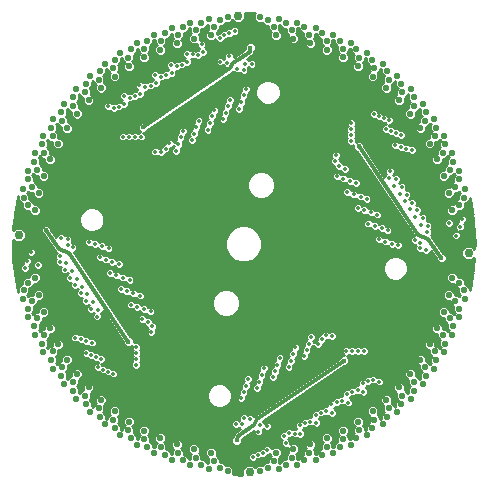
<source format=gbl>
G75*
%MOIN*%
%OFA0B0*%
%FSLAX24Y24*%
%IPPOS*%
%LPD*%
%AMOC8*
5,1,8,0,0,1.08239X$1,22.5*
%
%ADD10C,0.0210*%
%ADD11C,0.0295*%
%ADD12C,0.0139*%
%ADD13C,0.0120*%
%ADD14C,0.0178*%
%ADD15C,0.0140*%
%ADD16C,0.0100*%
D10*
X004575Y004994D03*
X004467Y005262D03*
X004871Y005095D03*
X004980Y005366D03*
X004467Y005555D03*
X004598Y005815D03*
X004078Y005755D03*
X004102Y006046D03*
X004254Y006295D03*
X003731Y006279D03*
X003793Y005996D03*
X003780Y006567D03*
X003953Y006802D03*
X003503Y007112D03*
X003694Y007332D03*
X003272Y007679D03*
X003481Y007882D03*
X003089Y008263D03*
X003315Y008448D03*
X002956Y008861D03*
X003196Y009026D03*
X002815Y008605D03*
X002781Y008317D03*
X002970Y007996D03*
X002960Y007707D03*
X003175Y007403D03*
X003190Y007114D03*
X003430Y006829D03*
X003468Y006542D03*
X004163Y005478D03*
X004896Y004804D03*
X005026Y004545D03*
X005313Y004671D03*
X005398Y004950D03*
X005850Y004570D03*
X005788Y004286D03*
X005513Y004136D03*
X005361Y004383D03*
X005861Y004002D03*
X006033Y003769D03*
X006294Y003941D03*
X006332Y004230D03*
X006390Y003665D03*
X006581Y003447D03*
X006827Y003640D03*
X006946Y003373D03*
X007154Y003172D03*
X007384Y003385D03*
X007524Y003129D03*
X007749Y002946D03*
X007960Y003177D03*
X008121Y002934D03*
X008360Y002770D03*
X008551Y003019D03*
X008732Y002789D03*
X008984Y002646D03*
X009153Y002910D03*
X009070Y003189D03*
X009353Y002697D03*
X009616Y002575D03*
X010684Y002575D03*
X010947Y002697D03*
X011147Y002910D03*
X011230Y003189D03*
X011568Y002789D03*
X011316Y002646D03*
X011749Y003019D03*
X011940Y002770D03*
X012179Y002934D03*
X012340Y003177D03*
X012551Y002946D03*
X012776Y003129D03*
X012916Y003385D03*
X013146Y003172D03*
X013354Y003373D03*
X013473Y003640D03*
X013719Y003447D03*
X013910Y003665D03*
X014006Y003941D03*
X013968Y004230D03*
X014267Y003769D03*
X014439Y004002D03*
X014787Y004136D03*
X014939Y004383D03*
X014987Y004671D03*
X014902Y004950D03*
X015404Y004804D03*
X015274Y004545D03*
X015725Y004994D03*
X015833Y005262D03*
X015429Y005095D03*
X015320Y005366D03*
X015833Y005555D03*
X015702Y005815D03*
X016222Y005755D03*
X016198Y006046D03*
X016045Y006295D03*
X016569Y006279D03*
X016507Y005996D03*
X016520Y006567D03*
X016347Y006802D03*
X016797Y007112D03*
X016606Y007332D03*
X017028Y007679D03*
X016819Y007882D03*
X017211Y008263D03*
X016985Y008448D03*
X017344Y008861D03*
X017104Y009026D03*
X017485Y008605D03*
X017519Y008317D03*
X017330Y007996D03*
X017340Y007707D03*
X017125Y007403D03*
X017110Y007114D03*
X016870Y006829D03*
X016832Y006542D03*
X016137Y005478D03*
X014450Y004570D03*
X014512Y004286D03*
X013459Y003931D03*
X012927Y003676D03*
X012376Y003467D03*
X011809Y003304D03*
X008491Y003304D03*
X007924Y003467D03*
X007373Y003676D03*
X006841Y003931D03*
X003196Y011274D03*
X002956Y011439D03*
X002815Y011695D03*
X002781Y011983D03*
X002970Y012304D03*
X003089Y012037D03*
X003315Y011852D03*
X003481Y012418D03*
X003272Y012621D03*
X003175Y012897D03*
X003190Y013186D03*
X003503Y013188D03*
X003694Y012968D03*
X003430Y013471D03*
X003468Y013758D03*
X003780Y013733D03*
X003953Y013498D03*
X004254Y014005D03*
X004102Y014254D03*
X004078Y014545D03*
X004163Y014822D03*
X004467Y014745D03*
X004598Y014485D03*
X004980Y014934D03*
X004871Y015205D03*
X004575Y015306D03*
X004467Y015038D03*
X004896Y015496D03*
X005026Y015755D03*
X005313Y015629D03*
X005398Y015350D03*
X005850Y015730D03*
X005788Y016014D03*
X005513Y016164D03*
X005361Y015917D03*
X005861Y016298D03*
X006033Y016531D03*
X006294Y016359D03*
X006332Y016070D03*
X006390Y016635D03*
X006581Y016853D03*
X006827Y016660D03*
X006946Y016927D03*
X007154Y017128D03*
X007384Y016915D03*
X007524Y017171D03*
X007749Y017354D03*
X007960Y017123D03*
X008121Y017366D03*
X008360Y017530D03*
X008551Y017281D03*
X008732Y017511D03*
X008984Y017654D03*
X009153Y017390D03*
X009070Y017111D03*
X009353Y017603D03*
X009616Y017725D03*
X010684Y017725D03*
X010947Y017603D03*
X011147Y017390D03*
X011230Y017111D03*
X011568Y017511D03*
X011316Y017654D03*
X011749Y017281D03*
X011940Y017530D03*
X012179Y017366D03*
X012340Y017123D03*
X012551Y017354D03*
X012776Y017171D03*
X012916Y016915D03*
X013146Y017128D03*
X013354Y016927D03*
X013473Y016660D03*
X013719Y016853D03*
X013910Y016635D03*
X014006Y016359D03*
X013968Y016070D03*
X014267Y016531D03*
X014439Y016298D03*
X014787Y016164D03*
X014939Y015917D03*
X014987Y015629D03*
X014902Y015350D03*
X015404Y015496D03*
X015274Y015755D03*
X015725Y015306D03*
X015833Y015038D03*
X015429Y015205D03*
X015320Y014934D03*
X015833Y014745D03*
X015702Y014485D03*
X016222Y014545D03*
X016198Y014254D03*
X016045Y014005D03*
X016569Y014021D03*
X016507Y014304D03*
X016520Y013733D03*
X016347Y013498D03*
X016797Y013188D03*
X016606Y012968D03*
X017028Y012621D03*
X016819Y012418D03*
X017211Y012037D03*
X016985Y011852D03*
X017344Y011439D03*
X017104Y011274D03*
X017485Y011695D03*
X017519Y011983D03*
X017330Y012304D03*
X017340Y012593D03*
X017125Y012897D03*
X017110Y013186D03*
X016870Y013471D03*
X016832Y013758D03*
X016137Y014822D03*
X014450Y015730D03*
X014512Y016014D03*
X013459Y016369D03*
X012927Y016624D03*
X012376Y016833D03*
X011809Y016996D03*
X008491Y016996D03*
X007924Y016833D03*
X007373Y016624D03*
X006841Y016369D03*
X003793Y014304D03*
X003731Y014021D03*
X002960Y012593D03*
D11*
X002650Y010950D03*
X002650Y010450D03*
X002650Y009950D03*
X009950Y002550D03*
X010350Y002550D03*
X017650Y009350D03*
X017650Y009850D03*
X017650Y010350D03*
X010350Y017750D03*
X009950Y017750D03*
D12*
X009850Y017250D03*
X009675Y017175D03*
X009500Y017125D03*
X009361Y017013D03*
X008750Y016800D03*
X008800Y016550D03*
X008635Y016455D03*
X008447Y016470D03*
X008266Y016478D03*
X008275Y016200D03*
X008100Y016125D03*
X007925Y016075D03*
X007721Y016114D03*
X007750Y015850D03*
X007575Y015775D03*
X007400Y015725D03*
X007204Y015786D03*
X007225Y015500D03*
X007050Y015425D03*
X006875Y015375D03*
X006679Y015436D03*
X006700Y015150D03*
X006525Y015075D03*
X006350Y015025D03*
X006154Y015086D03*
X006175Y014800D03*
X006000Y014725D03*
X005825Y014675D03*
X005629Y014736D03*
X005550Y014350D03*
X006125Y013725D03*
X006325Y013725D03*
X006525Y013725D03*
X006725Y013725D03*
X007250Y014050D03*
X007050Y014550D03*
X007750Y014950D03*
X007850Y014450D03*
X008125Y013900D03*
X008050Y013700D03*
X007975Y013475D03*
X007900Y013250D03*
X007675Y013500D03*
X007550Y013325D03*
X007400Y013200D03*
X007200Y013225D03*
X008425Y013600D03*
X008500Y013825D03*
X008575Y014050D03*
X008650Y014250D03*
X009025Y014175D03*
X009100Y014400D03*
X009175Y014600D03*
X009475Y014300D03*
X009550Y014525D03*
X009625Y014750D03*
X009700Y014950D03*
X010075Y014875D03*
X010150Y015100D03*
X010225Y015300D03*
X010151Y015952D03*
X010203Y016163D03*
X010414Y016149D03*
X010650Y016450D03*
X009950Y016550D03*
X009661Y016403D03*
X009604Y016196D03*
X009373Y016229D03*
X009550Y015650D03*
X009937Y015992D03*
X009050Y015250D03*
X008850Y015750D03*
X008250Y015350D03*
X008450Y014850D03*
X008950Y013950D03*
X010000Y014650D03*
X010950Y014350D03*
X010850Y013950D03*
X010750Y013550D03*
X010650Y013050D03*
X010550Y012750D03*
X009950Y012650D03*
X009550Y012250D03*
X009950Y011950D03*
X009550Y011550D03*
X009150Y011850D03*
X008850Y011150D03*
X008350Y011550D03*
X007950Y011350D03*
X007650Y011550D03*
X007150Y011550D03*
X006650Y011550D03*
X006350Y011050D03*
X006650Y010750D03*
X007150Y010850D03*
X007650Y010850D03*
X008150Y010850D03*
X007950Y010250D03*
X007650Y009850D03*
X007350Y010250D03*
X008150Y009350D03*
X008750Y009250D03*
X008750Y008750D03*
X009250Y009050D03*
X009650Y009450D03*
X009250Y009850D03*
X008750Y009950D03*
X008450Y010050D03*
X008950Y010550D03*
X009350Y010450D03*
X009350Y011050D03*
X009950Y010950D03*
X010650Y010850D03*
X011050Y011250D03*
X011550Y011050D03*
X011550Y011550D03*
X012150Y010950D03*
X012650Y010450D03*
X012950Y010050D03*
X012350Y010050D03*
X011850Y010250D03*
X011550Y010350D03*
X011050Y010450D03*
X010950Y009850D03*
X011350Y009750D03*
X011450Y009150D03*
X011950Y008750D03*
X012350Y008950D03*
X012650Y008750D03*
X013150Y008750D03*
X013650Y008750D03*
X013950Y009250D03*
X013650Y009550D03*
X013150Y009450D03*
X012650Y009450D03*
X012150Y009450D03*
X011150Y008450D03*
X010750Y008750D03*
X010950Y009250D03*
X010350Y009350D03*
X009750Y008750D03*
X010350Y008350D03*
X010750Y008050D03*
X010350Y007650D03*
X009750Y007550D03*
X009650Y007250D03*
X009550Y006750D03*
X009450Y006350D03*
X009350Y005950D03*
X008950Y006150D03*
X008950Y006650D03*
X009050Y007150D03*
X008950Y007550D03*
X008950Y008050D03*
X007050Y007900D03*
X006825Y007975D03*
X006600Y008050D03*
X006400Y008125D03*
X006475Y008500D03*
X006250Y008575D03*
X006050Y008650D03*
X006125Y009025D03*
X005900Y009100D03*
X005700Y009175D03*
X006000Y009475D03*
X005775Y009550D03*
X005550Y009625D03*
X005350Y009700D03*
X005425Y010075D03*
X005200Y010150D03*
X005005Y010200D03*
X004453Y010034D03*
X004285Y010109D03*
X004282Y010300D03*
X004068Y010358D03*
X003850Y010550D03*
X003750Y009950D03*
X004037Y009736D03*
X004017Y009541D03*
X004246Y009515D03*
X004185Y009293D03*
X004428Y009245D03*
X004366Y009023D03*
X004595Y008997D03*
X004534Y008774D03*
X004777Y008727D03*
X004716Y008505D03*
X004945Y008479D03*
X004884Y008256D03*
X005127Y008209D03*
X005065Y007987D03*
X005268Y007731D03*
X005294Y007960D03*
X005550Y007550D03*
X005750Y007150D03*
X006050Y006650D03*
X006575Y006725D03*
X006575Y006525D03*
X006575Y006325D03*
X006554Y006111D03*
X005798Y005827D03*
X005631Y005896D03*
X005465Y005964D03*
X005298Y006033D03*
X005407Y006318D03*
X005240Y006386D03*
X005074Y006455D03*
X004907Y006523D03*
X005099Y006864D03*
X004912Y006918D03*
X004724Y006973D03*
X004537Y007027D03*
X005750Y005350D03*
X007075Y007200D03*
X007100Y007400D03*
X006975Y007550D03*
X006775Y007650D03*
X006700Y008425D03*
X006350Y008950D03*
X005650Y010000D03*
X005750Y010850D03*
X006050Y011450D03*
X005450Y011550D03*
X004850Y011450D03*
X004550Y011050D03*
X004250Y011350D03*
X003850Y011250D03*
X003072Y009869D03*
X002942Y009570D03*
X002860Y009334D03*
X003296Y009447D03*
X008950Y005650D03*
X009250Y004550D03*
X009886Y004151D03*
X010097Y004137D03*
X010149Y004348D03*
X010363Y004308D03*
X010696Y004104D03*
X010639Y003897D03*
X010927Y004071D03*
X010750Y004650D03*
X011250Y005050D03*
X011450Y004550D03*
X012050Y004950D03*
X011850Y005450D03*
X011650Y006050D03*
X011725Y006250D03*
X011800Y006475D03*
X012175Y006400D03*
X012250Y006600D03*
X012325Y006825D03*
X012400Y007050D03*
X012625Y006800D03*
X012750Y006975D03*
X012900Y007100D03*
X013100Y007075D03*
X013575Y006575D03*
X013775Y006575D03*
X013975Y006575D03*
X014175Y006575D03*
X014750Y005950D03*
X014671Y005564D03*
X014475Y005625D03*
X014300Y005575D03*
X014125Y005500D03*
X013950Y005275D03*
X013775Y005225D03*
X013600Y005150D03*
X013425Y004925D03*
X013250Y004875D03*
X013075Y004800D03*
X012900Y004575D03*
X012725Y004525D03*
X012550Y004450D03*
X012579Y004186D03*
X012375Y004225D03*
X012200Y004175D03*
X012025Y004100D03*
X012034Y003822D03*
X011500Y003750D03*
X011550Y003500D03*
X010939Y003287D03*
X010800Y003175D03*
X010625Y003125D03*
X010450Y003050D03*
X010350Y003750D03*
X009650Y003850D03*
X010075Y005000D03*
X010150Y005200D03*
X010225Y005425D03*
X010300Y005650D03*
X010675Y005550D03*
X010600Y005350D03*
X010750Y005775D03*
X010825Y006000D03*
X011125Y005700D03*
X011200Y005900D03*
X011275Y006125D03*
X011350Y006350D03*
X011875Y006700D03*
X012450Y005850D03*
X012550Y005350D03*
X013250Y005750D03*
X013050Y006250D03*
X014146Y005214D03*
X013621Y004864D03*
X013096Y004514D03*
X014250Y008850D03*
X014850Y008750D03*
X015450Y008850D03*
X015750Y009250D03*
X016050Y008950D03*
X016450Y009050D03*
X016450Y009750D03*
X016232Y009942D03*
X016018Y009999D03*
X016015Y010191D03*
X015847Y010266D03*
X016263Y010564D03*
X016283Y010759D03*
X016054Y010785D03*
X016115Y011007D03*
X015872Y011055D03*
X015934Y011277D03*
X015705Y011303D03*
X015766Y011526D03*
X015523Y011573D03*
X015584Y011795D03*
X015355Y011821D03*
X015416Y012044D03*
X015173Y012091D03*
X015235Y012313D03*
X015032Y012569D03*
X015006Y012340D03*
X014750Y012750D03*
X014550Y013150D03*
X014250Y013650D03*
X013725Y013575D03*
X013725Y013775D03*
X013725Y013975D03*
X013746Y014189D03*
X014502Y014473D03*
X014669Y014404D03*
X014835Y014336D03*
X015002Y014267D03*
X014893Y013982D03*
X015060Y013914D03*
X015226Y013845D03*
X015393Y013777D03*
X015201Y013436D03*
X015388Y013382D03*
X015576Y013327D03*
X015763Y013273D03*
X014550Y014950D03*
X013225Y013100D03*
X013200Y012900D03*
X013325Y012750D03*
X013525Y012650D03*
X013250Y012400D03*
X013475Y012325D03*
X013700Y012250D03*
X013900Y012175D03*
X013825Y011800D03*
X014050Y011725D03*
X014250Y011650D03*
X014175Y011275D03*
X014400Y011200D03*
X014600Y011125D03*
X014300Y010825D03*
X014525Y010750D03*
X014750Y010675D03*
X014950Y010600D03*
X014875Y010225D03*
X015100Y010150D03*
X015305Y010100D03*
X014650Y010300D03*
X014550Y009450D03*
X013950Y011350D03*
X013600Y011875D03*
X011350Y012250D03*
X011350Y012750D03*
X011250Y013150D03*
X011350Y013650D03*
X011350Y014150D03*
X011350Y014650D03*
X011050Y015750D03*
X010550Y011550D03*
X016550Y010350D03*
X017004Y010853D03*
X017358Y010730D03*
X017228Y010431D03*
X017440Y010966D03*
D13*
X016306Y010322D02*
X015973Y010459D01*
X013988Y013402D01*
X016306Y010322D02*
X016736Y009685D01*
X013499Y006257D02*
X010598Y004300D01*
X010488Y004106D01*
X009949Y003742D01*
X009922Y003603D01*
X006312Y006898D02*
X004327Y009841D01*
X003994Y009978D01*
X003564Y010615D01*
X006801Y014043D02*
X009702Y016000D01*
X009812Y016194D01*
X010351Y016558D01*
X010378Y016697D01*
D14*
X010378Y016697D03*
X013988Y013402D03*
X016736Y009685D03*
X013499Y006257D03*
X009922Y003603D03*
X006312Y006898D03*
X003564Y010615D03*
X006801Y014043D03*
D15*
X011665Y003845D03*
X011853Y003830D03*
D16*
X011752Y003706D02*
X011787Y003670D01*
X011920Y003670D01*
X011940Y003690D01*
X011968Y003663D01*
X012100Y003663D01*
X012193Y003756D01*
X012193Y003888D01*
X012116Y003965D01*
X012166Y004016D01*
X012266Y004016D01*
X012316Y004066D01*
X012441Y004066D01*
X012458Y004082D01*
X012513Y004027D01*
X012645Y004027D01*
X012739Y004120D01*
X012739Y004252D01*
X012658Y004333D01*
X012691Y004366D01*
X012791Y004366D01*
X012841Y004416D01*
X012966Y004416D01*
X012967Y004417D01*
X013030Y004355D01*
X013162Y004355D01*
X013255Y004448D01*
X013255Y004580D01*
X013168Y004667D01*
X013216Y004716D01*
X013316Y004716D01*
X013366Y004766D01*
X013491Y004766D01*
X013492Y004767D01*
X013555Y004705D01*
X013687Y004705D01*
X013780Y004798D01*
X013780Y004930D01*
X013693Y005017D01*
X013741Y005066D01*
X013841Y005066D01*
X013891Y005116D01*
X014016Y005116D01*
X014017Y005117D01*
X014080Y005055D01*
X014212Y005055D01*
X014305Y005148D01*
X014305Y005280D01*
X014218Y005367D01*
X014266Y005416D01*
X014366Y005416D01*
X014416Y005466D01*
X014541Y005466D01*
X014542Y005467D01*
X014605Y005405D01*
X014737Y005405D01*
X014830Y005498D01*
X014830Y005630D01*
X014737Y005723D01*
X014605Y005723D01*
X014603Y005722D01*
X014541Y005784D01*
X014409Y005784D01*
X014359Y005734D01*
X014234Y005734D01*
X014159Y005659D01*
X014059Y005659D01*
X013966Y005566D01*
X013966Y005434D01*
X013884Y005434D01*
X013834Y005384D01*
X013709Y005384D01*
X013634Y005309D01*
X013534Y005309D01*
X013441Y005216D01*
X013441Y005084D01*
X013359Y005084D01*
X013309Y005034D01*
X013184Y005034D01*
X013109Y004959D01*
X013009Y004959D01*
X012916Y004866D01*
X012916Y004734D01*
X012834Y004734D01*
X012784Y004684D01*
X012659Y004684D01*
X012584Y004609D01*
X012484Y004609D01*
X012391Y004516D01*
X012391Y004384D01*
X012309Y004384D01*
X012259Y004334D01*
X012134Y004334D01*
X012059Y004259D01*
X011959Y004259D01*
X011866Y004166D01*
X011866Y004034D01*
X011909Y003990D01*
X011787Y003990D01*
X011766Y003970D01*
X011731Y004005D01*
X011599Y004005D01*
X011505Y003911D01*
X011505Y003909D01*
X011434Y003909D01*
X011341Y003816D01*
X011341Y003684D01*
X011425Y003600D01*
X011391Y003566D01*
X011391Y003434D01*
X011484Y003341D01*
X011614Y003341D01*
X011614Y003223D01*
X011646Y003191D01*
X011554Y003099D01*
X011554Y002984D01*
X011487Y002984D01*
X011373Y002870D01*
X011373Y002841D01*
X011342Y002841D01*
X011342Y002991D01*
X011325Y003008D01*
X011425Y003108D01*
X011425Y003270D01*
X011311Y003384D01*
X011149Y003384D01*
X011099Y003334D01*
X011099Y003353D01*
X011005Y003446D01*
X010873Y003446D01*
X010780Y003353D01*
X010780Y003334D01*
X010734Y003334D01*
X010684Y003284D01*
X010559Y003284D01*
X010484Y003209D01*
X010384Y003209D01*
X010291Y003116D01*
X010291Y002984D01*
X010384Y002891D01*
X010516Y002891D01*
X010591Y002966D01*
X010691Y002966D01*
X010741Y003016D01*
X010866Y003016D01*
X010959Y003109D01*
X010959Y003128D01*
X011005Y003128D01*
X011035Y003157D01*
X011035Y003108D01*
X011052Y003091D01*
X010952Y002991D01*
X010952Y002892D01*
X010866Y002892D01*
X010752Y002777D01*
X010752Y002770D01*
X010603Y002770D01*
X010535Y002701D01*
X010448Y002788D01*
X010252Y002788D01*
X010112Y002648D01*
X010112Y002463D01*
X009791Y002475D01*
X009811Y002494D01*
X009811Y002656D01*
X009697Y002770D01*
X009548Y002770D01*
X009548Y002777D01*
X009434Y002892D01*
X009348Y002892D01*
X009348Y002991D01*
X009248Y003091D01*
X009265Y003108D01*
X009265Y003270D01*
X009151Y003384D01*
X008989Y003384D01*
X008875Y003270D01*
X008875Y003108D01*
X008975Y003008D01*
X008958Y002991D01*
X008958Y002841D01*
X008927Y002841D01*
X008927Y002870D01*
X008813Y002984D01*
X008746Y002984D01*
X008746Y003099D01*
X008654Y003191D01*
X008686Y003223D01*
X008686Y003385D01*
X008572Y003499D01*
X008411Y003499D01*
X008296Y003385D01*
X008296Y003223D01*
X008388Y003132D01*
X008356Y003099D01*
X008356Y002965D01*
X008316Y002965D01*
X008316Y003015D01*
X008202Y003129D01*
X008155Y003129D01*
X008155Y003258D01*
X008073Y003340D01*
X008119Y003386D01*
X008119Y003547D01*
X008005Y003662D01*
X007844Y003662D01*
X007729Y003547D01*
X007729Y003386D01*
X007811Y003305D01*
X007765Y003258D01*
X007765Y003141D01*
X007719Y003141D01*
X007719Y003210D01*
X007605Y003324D01*
X007579Y003324D01*
X007579Y003466D01*
X007509Y003536D01*
X007568Y003596D01*
X007568Y003757D01*
X007454Y003871D01*
X007292Y003871D01*
X007178Y003757D01*
X007178Y003596D01*
X007248Y003525D01*
X007189Y003466D01*
X007189Y003367D01*
X007141Y003367D01*
X007141Y003454D01*
X007027Y003568D01*
X007022Y003568D01*
X007022Y003721D01*
X006964Y003779D01*
X007036Y003851D01*
X007036Y004012D01*
X006922Y004126D01*
X006760Y004126D01*
X006646Y004012D01*
X006646Y003851D01*
X006704Y003793D01*
X006632Y003721D01*
X006632Y003642D01*
X006585Y003642D01*
X006585Y003746D01*
X006480Y003851D01*
X006489Y003860D01*
X006489Y004022D01*
X006445Y004067D01*
X006527Y004149D01*
X006527Y004311D01*
X006413Y004425D01*
X006251Y004425D01*
X006137Y004311D01*
X006137Y004149D01*
X006182Y004105D01*
X006099Y004022D01*
X006099Y003964D01*
X006056Y003964D01*
X006056Y004083D01*
X005959Y004180D01*
X005983Y004205D01*
X005983Y004366D01*
X005953Y004397D01*
X006045Y004490D01*
X006045Y004651D01*
X005931Y004765D01*
X005770Y004765D01*
X005655Y004651D01*
X005655Y004490D01*
X005686Y004459D01*
X005593Y004366D01*
X005593Y004331D01*
X005556Y004331D01*
X005556Y004464D01*
X005469Y004551D01*
X005508Y004590D01*
X005508Y004752D01*
X005492Y004768D01*
X005593Y004869D01*
X005593Y005030D01*
X005479Y005145D01*
X005318Y005145D01*
X005203Y005030D01*
X005203Y004869D01*
X005219Y004853D01*
X005118Y004752D01*
X005118Y004730D01*
X005107Y004740D01*
X005091Y004740D01*
X005091Y004885D01*
X005014Y004962D01*
X005066Y005014D01*
X005066Y005176D01*
X005175Y005285D01*
X005175Y005446D01*
X005061Y005561D01*
X004899Y005561D01*
X004785Y005446D01*
X004785Y005285D01*
X004785Y005285D01*
X004676Y005176D01*
X004676Y005168D01*
X004662Y005183D01*
X004662Y005343D01*
X004596Y005408D01*
X004662Y005474D01*
X004662Y005620D01*
X004679Y005620D01*
X004793Y005734D01*
X004793Y005896D01*
X004679Y006010D01*
X004517Y006010D01*
X004403Y005896D01*
X004403Y005750D01*
X004386Y005750D01*
X004277Y005640D01*
X004258Y005660D01*
X004273Y005674D01*
X004273Y005836D01*
X004220Y005888D01*
X004297Y005965D01*
X004297Y006100D01*
X004335Y006100D01*
X004449Y006214D01*
X004449Y006376D01*
X004335Y006490D01*
X004174Y006490D01*
X004059Y006376D01*
X004059Y006241D01*
X004022Y006241D01*
X003923Y006142D01*
X003897Y006168D01*
X003926Y006198D01*
X003926Y006359D01*
X003887Y006398D01*
X003975Y006486D01*
X003975Y006607D01*
X004033Y006607D01*
X004148Y006721D01*
X004148Y006882D01*
X004033Y006997D01*
X003872Y006997D01*
X003758Y006882D01*
X003758Y006762D01*
X003699Y006762D01*
X003612Y006674D01*
X003581Y006705D01*
X003625Y006748D01*
X003625Y006910D01*
X003600Y006934D01*
X003698Y007032D01*
X003698Y007137D01*
X003775Y007137D01*
X003889Y007251D01*
X003889Y007413D01*
X003775Y007527D01*
X003613Y007527D01*
X003499Y007413D01*
X003499Y007307D01*
X003422Y007307D01*
X003347Y007232D01*
X003314Y007266D01*
X003370Y007322D01*
X003370Y007484D01*
X003361Y007493D01*
X003467Y007598D01*
X003467Y007687D01*
X003562Y007687D01*
X003676Y007801D01*
X003676Y007963D01*
X003562Y008077D01*
X003400Y008077D01*
X003286Y007963D01*
X003286Y007874D01*
X003191Y007874D01*
X003130Y007813D01*
X003096Y007847D01*
X003165Y007916D01*
X003165Y008068D01*
X003170Y008068D01*
X003284Y008183D01*
X003284Y008253D01*
X003395Y008253D01*
X003510Y008367D01*
X003510Y008529D01*
X003395Y008643D01*
X003234Y008643D01*
X003120Y008529D01*
X003120Y008458D01*
X003008Y008458D01*
X002962Y008412D01*
X002930Y008444D01*
X003010Y008524D01*
X003010Y008666D01*
X003037Y008666D01*
X003151Y008780D01*
X003151Y008831D01*
X003277Y008831D01*
X003391Y008945D01*
X003391Y009107D01*
X003277Y009221D01*
X003115Y009221D01*
X003001Y009107D01*
X003001Y009056D01*
X002875Y009056D01*
X002761Y008942D01*
X002761Y008800D01*
X002734Y008800D01*
X002620Y008686D01*
X002620Y008536D01*
X002616Y008549D01*
X002467Y009613D01*
X002467Y010297D01*
X002552Y010212D01*
X002748Y010212D01*
X002888Y010352D01*
X002888Y010548D01*
X002748Y010688D01*
X002552Y010688D01*
X002467Y010603D01*
X002467Y010687D01*
X002616Y011751D01*
X002620Y011764D01*
X002620Y011614D01*
X002734Y011500D01*
X002761Y011500D01*
X002761Y011358D01*
X002875Y011244D01*
X003001Y011244D01*
X003001Y011193D01*
X003115Y011079D01*
X003277Y011079D01*
X003391Y011193D01*
X003391Y011355D01*
X003277Y011469D01*
X003151Y011469D01*
X003151Y011520D01*
X003037Y011634D01*
X003010Y011634D01*
X003010Y011776D01*
X002930Y011856D01*
X002962Y011888D01*
X003008Y011842D01*
X003120Y011842D01*
X003120Y011771D01*
X003234Y011657D01*
X003395Y011657D01*
X003510Y011771D01*
X003510Y011933D01*
X003395Y012047D01*
X003284Y012047D01*
X003284Y012117D01*
X003170Y012232D01*
X003165Y012232D01*
X003165Y012384D01*
X003096Y012453D01*
X003130Y012487D01*
X003191Y012426D01*
X003286Y012426D01*
X003286Y012337D01*
X003400Y012223D01*
X003562Y012223D01*
X003676Y012337D01*
X003676Y012499D01*
X003562Y012613D01*
X003467Y012613D01*
X003467Y012702D01*
X003361Y012807D01*
X003370Y012816D01*
X003370Y012978D01*
X003314Y013034D01*
X003347Y013068D01*
X003422Y012993D01*
X003499Y012993D01*
X003499Y012887D01*
X003613Y012773D01*
X003775Y012773D01*
X003889Y012887D01*
X003889Y013049D01*
X003775Y013163D01*
X003698Y013163D01*
X003698Y013268D01*
X003600Y013366D01*
X003625Y013390D01*
X003625Y013552D01*
X003581Y013595D01*
X003612Y013626D01*
X003699Y013538D01*
X003758Y013538D01*
X003758Y013418D01*
X003872Y013303D01*
X004033Y013303D01*
X004148Y013418D01*
X004148Y013579D01*
X004033Y013693D01*
X003975Y013693D01*
X003975Y013814D01*
X003887Y013902D01*
X003926Y013941D01*
X003926Y014102D01*
X003897Y014132D01*
X003923Y014158D01*
X004022Y014059D01*
X004059Y014059D01*
X004059Y013924D01*
X004174Y013810D01*
X004335Y013810D01*
X004449Y013924D01*
X004449Y014086D01*
X004335Y014200D01*
X004297Y014200D01*
X004297Y014335D01*
X004220Y014412D01*
X004273Y014464D01*
X004273Y014626D01*
X004258Y014640D01*
X004277Y014660D01*
X004386Y014550D01*
X004403Y014550D01*
X004403Y014404D01*
X004517Y014290D01*
X004679Y014290D01*
X004793Y014404D01*
X004793Y014566D01*
X004679Y014680D01*
X004662Y014680D01*
X004662Y014826D01*
X004596Y014892D01*
X004662Y014957D01*
X004662Y015117D01*
X004676Y015132D01*
X004676Y015124D01*
X004785Y015015D01*
X004785Y014854D01*
X004899Y014739D01*
X005061Y014739D01*
X005175Y014854D01*
X005175Y015015D01*
X005066Y015124D01*
X005066Y015124D01*
X005066Y015286D01*
X005014Y015338D01*
X005091Y015415D01*
X005091Y015560D01*
X005107Y015560D01*
X005118Y015570D01*
X005118Y015548D01*
X005219Y015447D01*
X005203Y015431D01*
X005203Y015270D01*
X005318Y015155D01*
X005479Y015155D01*
X005593Y015270D01*
X005593Y015431D01*
X005492Y015532D01*
X005508Y015548D01*
X005508Y015710D01*
X005469Y015749D01*
X005556Y015836D01*
X005556Y015969D01*
X005593Y015969D01*
X005593Y015934D01*
X005686Y015841D01*
X005655Y015810D01*
X005655Y015649D01*
X005770Y015535D01*
X005931Y015535D01*
X006045Y015649D01*
X006045Y015810D01*
X005953Y015903D01*
X005983Y015934D01*
X005983Y016095D01*
X005959Y016120D01*
X006056Y016217D01*
X006056Y016336D01*
X006099Y016336D01*
X006099Y016278D01*
X006182Y016195D01*
X006137Y016151D01*
X006137Y015989D01*
X006251Y015875D01*
X006413Y015875D01*
X006527Y015989D01*
X006527Y016151D01*
X006445Y016233D01*
X006489Y016278D01*
X006489Y016440D01*
X006480Y016449D01*
X006585Y016554D01*
X006585Y016658D01*
X006632Y016658D01*
X006632Y016579D01*
X006704Y016507D01*
X006646Y016449D01*
X006646Y016288D01*
X006760Y016174D01*
X006922Y016174D01*
X007036Y016288D01*
X007036Y016449D01*
X006964Y016521D01*
X007022Y016579D01*
X007022Y016732D01*
X007027Y016732D01*
X007141Y016846D01*
X007141Y016933D01*
X007189Y016933D01*
X007189Y016834D01*
X007248Y016775D01*
X007178Y016704D01*
X007178Y016543D01*
X007292Y016429D01*
X007454Y016429D01*
X007568Y016543D01*
X007568Y016704D01*
X007509Y016764D01*
X007579Y016834D01*
X007579Y016976D01*
X007605Y016976D01*
X007719Y017090D01*
X007719Y017159D01*
X007765Y017159D01*
X007765Y017042D01*
X007811Y016995D01*
X007729Y016914D01*
X007729Y016753D01*
X007844Y016638D01*
X008005Y016638D01*
X008119Y016753D01*
X008119Y016914D01*
X008073Y016960D01*
X008155Y017042D01*
X008155Y017171D01*
X008202Y017171D01*
X008316Y017285D01*
X008316Y017335D01*
X008356Y017335D01*
X008356Y017201D01*
X008388Y017168D01*
X008296Y017077D01*
X008296Y016915D01*
X008411Y016801D01*
X008572Y016801D01*
X008591Y016819D01*
X008591Y016734D01*
X008675Y016650D01*
X008641Y016616D01*
X008641Y016614D01*
X008569Y016614D01*
X008548Y016594D01*
X008513Y016629D01*
X008381Y016629D01*
X008361Y016609D01*
X008332Y016637D01*
X008200Y016637D01*
X008107Y016544D01*
X008107Y016412D01*
X008184Y016335D01*
X008134Y016284D01*
X008034Y016284D01*
X007984Y016234D01*
X007859Y016234D01*
X007842Y016218D01*
X007787Y016273D01*
X007655Y016273D01*
X007561Y016180D01*
X007561Y016048D01*
X007642Y015967D01*
X007609Y015934D01*
X007509Y015934D01*
X007459Y015884D01*
X007334Y015884D01*
X007333Y015883D01*
X007270Y015945D01*
X007138Y015945D01*
X007045Y015852D01*
X007045Y015720D01*
X007132Y015633D01*
X007084Y015584D01*
X006984Y015584D01*
X006934Y015534D01*
X006809Y015534D01*
X006808Y015533D01*
X006745Y015595D01*
X006613Y015595D01*
X006520Y015502D01*
X006520Y015370D01*
X006607Y015283D01*
X006559Y015234D01*
X006459Y015234D01*
X006409Y015184D01*
X006284Y015184D01*
X006283Y015183D01*
X006220Y015245D01*
X006088Y015245D01*
X005995Y015152D01*
X005995Y015020D01*
X006082Y014933D01*
X006034Y014884D01*
X005934Y014884D01*
X005884Y014834D01*
X005759Y014834D01*
X005758Y014833D01*
X005695Y014895D01*
X005563Y014895D01*
X005470Y014802D01*
X005470Y014670D01*
X005563Y014577D01*
X005695Y014577D01*
X005697Y014578D01*
X005759Y014516D01*
X005891Y014516D01*
X005941Y014566D01*
X006066Y014566D01*
X006141Y014641D01*
X006241Y014641D01*
X006334Y014734D01*
X006334Y014866D01*
X006416Y014866D01*
X006466Y014916D01*
X006591Y014916D01*
X006666Y014991D01*
X006766Y014991D01*
X006859Y015084D01*
X006859Y015216D01*
X006941Y015216D01*
X006991Y015266D01*
X007116Y015266D01*
X007191Y015341D01*
X007291Y015341D01*
X007384Y015434D01*
X007384Y015566D01*
X007466Y015566D01*
X007516Y015616D01*
X007641Y015616D01*
X007716Y015691D01*
X007816Y015691D01*
X007909Y015784D01*
X007909Y015916D01*
X007991Y015916D01*
X008041Y015966D01*
X008166Y015966D01*
X008241Y016041D01*
X008341Y016041D01*
X008434Y016134D01*
X008434Y016266D01*
X008390Y016310D01*
X008513Y016310D01*
X008534Y016331D01*
X008569Y016296D01*
X008701Y016296D01*
X008794Y016389D01*
X008794Y016391D01*
X008866Y016391D01*
X008959Y016484D01*
X008959Y016616D01*
X008875Y016700D01*
X008909Y016734D01*
X008909Y016866D01*
X008816Y016959D01*
X008686Y016959D01*
X008686Y017077D01*
X008654Y017109D01*
X008746Y017201D01*
X008746Y017316D01*
X008813Y017316D01*
X008927Y017430D01*
X008927Y017459D01*
X008958Y017459D01*
X008958Y017309D01*
X008975Y017292D01*
X008875Y017192D01*
X008875Y017030D01*
X008989Y016916D01*
X009151Y016916D01*
X009201Y016966D01*
X009201Y016947D01*
X009295Y016854D01*
X009427Y016854D01*
X009520Y016947D01*
X009520Y016966D01*
X009566Y016966D01*
X009616Y017016D01*
X009741Y017016D01*
X009816Y017091D01*
X009916Y017091D01*
X010009Y017184D01*
X010009Y017316D01*
X009916Y017409D01*
X009784Y017409D01*
X009709Y017334D01*
X009609Y017334D01*
X009559Y017284D01*
X009434Y017284D01*
X009341Y017191D01*
X009341Y017172D01*
X009295Y017172D01*
X009265Y017143D01*
X009265Y017192D01*
X009248Y017209D01*
X009348Y017309D01*
X009348Y017408D01*
X009434Y017408D01*
X009548Y017523D01*
X009548Y017530D01*
X009697Y017530D01*
X009765Y017599D01*
X009852Y017512D01*
X010048Y017512D01*
X010188Y017652D01*
X010188Y017839D01*
X010419Y017847D01*
X010520Y017837D01*
X010489Y017806D01*
X010489Y017644D01*
X010603Y017530D01*
X010752Y017530D01*
X010752Y017523D01*
X010866Y017408D01*
X010952Y017408D01*
X010952Y017309D01*
X011052Y017209D01*
X011035Y017192D01*
X011035Y017030D01*
X011149Y016916D01*
X011311Y016916D01*
X011425Y017030D01*
X011425Y017192D01*
X011325Y017292D01*
X011342Y017309D01*
X011342Y017459D01*
X011373Y017459D01*
X011373Y017430D01*
X011487Y017316D01*
X011554Y017316D01*
X011554Y017201D01*
X011646Y017109D01*
X011614Y017077D01*
X011614Y016915D01*
X011728Y016801D01*
X011889Y016801D01*
X012004Y016915D01*
X012004Y017077D01*
X011912Y017168D01*
X011944Y017201D01*
X011944Y017335D01*
X011984Y017335D01*
X011984Y017285D01*
X012098Y017171D01*
X012145Y017171D01*
X012145Y017042D01*
X012227Y016960D01*
X012181Y016914D01*
X012181Y016753D01*
X012295Y016638D01*
X012456Y016638D01*
X012571Y016753D01*
X012571Y016914D01*
X012489Y016995D01*
X012535Y017042D01*
X012535Y017159D01*
X012581Y017159D01*
X012581Y017090D01*
X012695Y016976D01*
X012721Y016976D01*
X012721Y016834D01*
X012791Y016764D01*
X012732Y016704D01*
X012732Y016543D01*
X012846Y016429D01*
X013008Y016429D01*
X013122Y016543D01*
X013122Y016704D01*
X013052Y016775D01*
X013111Y016834D01*
X013111Y016933D01*
X013159Y016933D01*
X013159Y016846D01*
X013273Y016732D01*
X013278Y016732D01*
X013278Y016579D01*
X013336Y016521D01*
X013264Y016449D01*
X013264Y016288D01*
X013378Y016174D01*
X013540Y016174D01*
X013654Y016288D01*
X013654Y016449D01*
X013596Y016507D01*
X013668Y016579D01*
X013668Y016658D01*
X013715Y016658D01*
X013715Y016554D01*
X013820Y016449D01*
X013811Y016440D01*
X013811Y016278D01*
X013855Y016233D01*
X013773Y016151D01*
X013773Y015989D01*
X013887Y015875D01*
X014048Y015875D01*
X014163Y015989D01*
X014163Y016151D01*
X014118Y016195D01*
X014201Y016278D01*
X014201Y016336D01*
X014244Y016336D01*
X014244Y016217D01*
X014341Y016120D01*
X014317Y016095D01*
X014317Y015934D01*
X014347Y015903D01*
X014255Y015810D01*
X014255Y015649D01*
X014369Y015535D01*
X014530Y015535D01*
X014645Y015649D01*
X014645Y015810D01*
X014614Y015841D01*
X014707Y015934D01*
X014707Y015969D01*
X014744Y015969D01*
X014744Y015836D01*
X014831Y015749D01*
X014792Y015710D01*
X014792Y015548D01*
X014808Y015532D01*
X014707Y015431D01*
X014707Y015270D01*
X014821Y015155D01*
X014982Y015155D01*
X015097Y015270D01*
X015097Y015431D01*
X015081Y015447D01*
X015182Y015548D01*
X015182Y015570D01*
X015193Y015560D01*
X015209Y015560D01*
X015209Y015415D01*
X015286Y015338D01*
X015234Y015286D01*
X015234Y015124D01*
X015125Y015015D01*
X015125Y014854D01*
X015239Y014739D01*
X015401Y014739D01*
X015515Y014854D01*
X015515Y015015D01*
X015515Y015015D01*
X015624Y015124D01*
X015624Y015132D01*
X015638Y015117D01*
X015638Y014957D01*
X015704Y014892D01*
X015638Y014826D01*
X015638Y014680D01*
X015621Y014680D01*
X015507Y014566D01*
X015507Y014404D01*
X015621Y014290D01*
X015783Y014290D01*
X015897Y014404D01*
X015897Y014550D01*
X015914Y014550D01*
X016023Y014660D01*
X016042Y014640D01*
X016027Y014626D01*
X016027Y014464D01*
X016080Y014412D01*
X016003Y014335D01*
X016003Y014200D01*
X015965Y014200D01*
X015850Y014086D01*
X015850Y013924D01*
X015965Y013810D01*
X016126Y013810D01*
X016240Y013924D01*
X016240Y014059D01*
X016278Y014059D01*
X016377Y014158D01*
X016403Y014132D01*
X016374Y014102D01*
X016374Y013941D01*
X016413Y013902D01*
X016325Y013814D01*
X016325Y013693D01*
X016267Y013693D01*
X016152Y013579D01*
X016152Y013418D01*
X016267Y013303D01*
X016428Y013303D01*
X016542Y013418D01*
X016542Y013538D01*
X016601Y013538D01*
X016688Y013626D01*
X016719Y013595D01*
X016675Y013552D01*
X016675Y013390D01*
X016700Y013366D01*
X016602Y013268D01*
X016602Y013163D01*
X016525Y013163D01*
X016411Y013049D01*
X016411Y012887D01*
X016525Y012773D01*
X016687Y012773D01*
X016801Y012887D01*
X016801Y012993D01*
X016878Y012993D01*
X016953Y013068D01*
X016986Y013034D01*
X016930Y012978D01*
X016930Y012816D01*
X016939Y012807D01*
X016833Y012702D01*
X016833Y012613D01*
X016738Y012613D01*
X016624Y012499D01*
X016624Y012337D01*
X016738Y012223D01*
X016900Y012223D01*
X017014Y012337D01*
X017014Y012426D01*
X017109Y012426D01*
X017170Y012487D01*
X017204Y012453D01*
X017135Y012384D01*
X017135Y012232D01*
X017130Y012232D01*
X017016Y012117D01*
X017016Y012047D01*
X016905Y012047D01*
X016790Y011933D01*
X016790Y011771D01*
X016905Y011657D01*
X017066Y011657D01*
X017180Y011771D01*
X017180Y011842D01*
X017292Y011842D01*
X017338Y011888D01*
X017370Y011856D01*
X017290Y011776D01*
X017290Y011634D01*
X017263Y011634D01*
X017149Y011520D01*
X017149Y011469D01*
X017023Y011469D01*
X016909Y011355D01*
X016909Y011193D01*
X017023Y011079D01*
X017185Y011079D01*
X017299Y011193D01*
X017299Y011244D01*
X017425Y011244D01*
X017539Y011358D01*
X017539Y011500D01*
X017566Y011500D01*
X017680Y011614D01*
X017680Y011679D01*
X017777Y011222D01*
X017852Y010150D01*
X016603Y010150D01*
X016537Y010248D02*
X017845Y010248D01*
X017852Y010150D02*
X017841Y009995D01*
X017748Y010088D01*
X017552Y010088D01*
X017412Y009948D01*
X017412Y009752D01*
X017552Y009612D01*
X017748Y009612D01*
X017819Y009683D01*
X017777Y009078D01*
X017680Y008621D01*
X017680Y008686D01*
X017566Y008800D01*
X017539Y008800D01*
X017539Y008942D01*
X017425Y009056D01*
X017299Y009056D01*
X017299Y009107D01*
X017185Y009221D01*
X017023Y009221D01*
X016909Y009107D01*
X016909Y008945D01*
X017023Y008831D01*
X017149Y008831D01*
X017149Y008780D01*
X017263Y008666D01*
X017290Y008666D01*
X017290Y008524D01*
X017370Y008444D01*
X017338Y008412D01*
X017292Y008458D01*
X017180Y008458D01*
X017180Y008529D01*
X017066Y008643D01*
X016905Y008643D01*
X016790Y008529D01*
X016790Y008367D01*
X016905Y008253D01*
X017016Y008253D01*
X017016Y008183D01*
X017130Y008068D01*
X017135Y008068D01*
X017135Y007916D01*
X017204Y007847D01*
X017170Y007813D01*
X017109Y007874D01*
X017014Y007874D01*
X017014Y007963D01*
X016900Y008077D01*
X016738Y008077D01*
X016624Y007963D01*
X016624Y007801D01*
X016738Y007687D01*
X016833Y007687D01*
X016833Y007598D01*
X016939Y007493D01*
X016930Y007484D01*
X016930Y007322D01*
X016986Y007266D01*
X016953Y007232D01*
X016878Y007307D01*
X016801Y007307D01*
X016801Y007413D01*
X016687Y007527D01*
X016525Y007527D01*
X016411Y007413D01*
X016411Y007251D01*
X016525Y007137D01*
X016602Y007137D01*
X016602Y007032D01*
X016700Y006934D01*
X016675Y006910D01*
X016675Y006748D01*
X016719Y006705D01*
X016688Y006674D01*
X016601Y006762D01*
X016542Y006762D01*
X016542Y006882D01*
X016428Y006997D01*
X016267Y006997D01*
X016152Y006882D01*
X016152Y006721D01*
X016267Y006607D01*
X016325Y006607D01*
X016325Y006486D01*
X016413Y006398D01*
X016374Y006359D01*
X016374Y006198D01*
X016403Y006168D01*
X016377Y006142D01*
X016278Y006241D01*
X016240Y006241D01*
X016240Y006376D01*
X016126Y006490D01*
X015965Y006490D01*
X015850Y006376D01*
X015850Y006214D01*
X015965Y006100D01*
X016003Y006100D01*
X016003Y005965D01*
X016080Y005888D01*
X016027Y005836D01*
X016027Y005674D01*
X016042Y005660D01*
X016023Y005640D01*
X015914Y005750D01*
X015897Y005750D01*
X015897Y005896D01*
X015783Y006010D01*
X015621Y006010D01*
X015507Y005896D01*
X015507Y005734D01*
X015621Y005620D01*
X015638Y005620D01*
X015638Y005474D01*
X015704Y005408D01*
X015638Y005343D01*
X015638Y005183D01*
X015624Y005168D01*
X015624Y005176D01*
X015515Y005285D01*
X015515Y005446D01*
X015401Y005561D01*
X015239Y005561D01*
X015125Y005446D01*
X015125Y005285D01*
X015234Y005176D01*
X015234Y005176D01*
X015234Y005014D01*
X015286Y004962D01*
X015209Y004885D01*
X015209Y004740D01*
X015193Y004740D01*
X015182Y004730D01*
X015182Y004752D01*
X015081Y004853D01*
X015097Y004869D01*
X015097Y005030D01*
X014982Y005145D01*
X014821Y005145D01*
X014707Y005030D01*
X014707Y004869D01*
X014808Y004768D01*
X014792Y004752D01*
X014792Y004590D01*
X014831Y004551D01*
X014744Y004464D01*
X014744Y004331D01*
X014707Y004331D01*
X014707Y004366D01*
X014614Y004459D01*
X014645Y004490D01*
X014645Y004651D01*
X014530Y004765D01*
X014369Y004765D01*
X014255Y004651D01*
X014255Y004490D01*
X014347Y004397D01*
X014317Y004366D01*
X014317Y004205D01*
X014341Y004180D01*
X014244Y004083D01*
X014244Y003964D01*
X014201Y003964D01*
X014201Y004022D01*
X014118Y004105D01*
X014163Y004149D01*
X014163Y004311D01*
X014048Y004425D01*
X013887Y004425D01*
X013773Y004311D01*
X013773Y004149D01*
X013855Y004067D01*
X013811Y004022D01*
X013811Y003860D01*
X013820Y003851D01*
X013715Y003746D01*
X013715Y003642D01*
X013668Y003642D01*
X013668Y003721D01*
X013596Y003793D01*
X013654Y003851D01*
X013654Y004012D01*
X013540Y004126D01*
X013378Y004126D01*
X013264Y004012D01*
X013264Y003851D01*
X013336Y003779D01*
X013278Y003721D01*
X013278Y003568D01*
X013273Y003568D01*
X013159Y003454D01*
X013159Y003367D01*
X013111Y003367D01*
X013111Y003466D01*
X013052Y003525D01*
X013122Y003596D01*
X013122Y003757D01*
X013008Y003871D01*
X012846Y003871D01*
X012732Y003757D01*
X012732Y003596D01*
X012791Y003536D01*
X012721Y003466D01*
X012721Y003324D01*
X012695Y003324D01*
X012581Y003210D01*
X012581Y003141D01*
X012535Y003141D01*
X012535Y003258D01*
X012489Y003305D01*
X012571Y003386D01*
X012571Y003547D01*
X012456Y003662D01*
X012295Y003662D01*
X012181Y003547D01*
X012181Y003386D01*
X012227Y003340D01*
X012145Y003258D01*
X012145Y003129D01*
X012098Y003129D01*
X011984Y003015D01*
X011984Y002965D01*
X011944Y002965D01*
X011944Y003099D01*
X011912Y003132D01*
X012004Y003223D01*
X012004Y003385D01*
X011889Y003499D01*
X011728Y003499D01*
X011709Y003480D01*
X011709Y003566D01*
X011625Y003650D01*
X011659Y003684D01*
X011659Y003685D01*
X011731Y003685D01*
X011752Y003706D01*
X011626Y003649D02*
X012282Y003649D01*
X012184Y003747D02*
X012732Y003747D01*
X012732Y003649D02*
X012469Y003649D01*
X012568Y003550D02*
X012777Y003550D01*
X012721Y003452D02*
X012571Y003452D01*
X012538Y003353D02*
X012721Y003353D01*
X012626Y003255D02*
X012535Y003255D01*
X012535Y003156D02*
X012581Y003156D01*
X012213Y003353D02*
X012004Y003353D01*
X012004Y003255D02*
X012145Y003255D01*
X012145Y003156D02*
X011937Y003156D01*
X011944Y003058D02*
X012027Y003058D01*
X011936Y003452D02*
X012181Y003452D01*
X012184Y003550D02*
X011709Y003550D01*
X011471Y003353D02*
X011341Y003353D01*
X011391Y003452D02*
X010024Y003452D01*
X009996Y003424D02*
X010101Y003529D01*
X010101Y003664D01*
X010480Y003919D01*
X010480Y003831D01*
X010573Y003738D01*
X010705Y003738D01*
X010799Y003831D01*
X010799Y003963D01*
X010790Y003972D01*
X010795Y003977D01*
X010861Y003911D01*
X010993Y003911D01*
X011086Y004005D01*
X011086Y004137D01*
X010993Y004230D01*
X010861Y004230D01*
X010828Y004197D01*
X010781Y004243D01*
X013502Y006078D01*
X013573Y006078D01*
X013678Y006183D01*
X013678Y006332D01*
X013594Y006416D01*
X013641Y006416D01*
X013675Y006450D01*
X013709Y006416D01*
X013841Y006416D01*
X013875Y006450D01*
X013909Y006416D01*
X014041Y006416D01*
X014075Y006450D01*
X014109Y006416D01*
X014241Y006416D01*
X014334Y006509D01*
X014334Y006641D01*
X014241Y006734D01*
X014109Y006734D01*
X014075Y006700D01*
X014041Y006734D01*
X013909Y006734D01*
X013875Y006700D01*
X013841Y006734D01*
X013709Y006734D01*
X013675Y006700D01*
X013641Y006734D01*
X013509Y006734D01*
X013416Y006641D01*
X013416Y006509D01*
X013488Y006436D01*
X013425Y006436D01*
X013320Y006332D01*
X013320Y006318D01*
X010534Y004438D01*
X010498Y004428D01*
X010487Y004409D01*
X010429Y004467D01*
X010297Y004467D01*
X010276Y004446D01*
X010215Y004507D01*
X010083Y004507D01*
X009990Y004414D01*
X009990Y004282D01*
X010003Y004268D01*
X009999Y004263D01*
X009952Y004311D01*
X009820Y004311D01*
X009726Y004217D01*
X009726Y004085D01*
X009820Y003992D01*
X009952Y003992D01*
X009984Y004024D01*
X010031Y003978D01*
X009917Y003901D01*
X009917Y003901D01*
X009814Y003832D01*
X009813Y003829D01*
X009793Y003728D01*
X009743Y003677D01*
X009743Y003529D01*
X009848Y003424D01*
X009996Y003424D01*
X010101Y003550D02*
X011391Y003550D01*
X011376Y003649D02*
X010101Y003649D01*
X010225Y003747D02*
X010564Y003747D01*
X010480Y003846D02*
X010371Y003846D01*
X010715Y003747D02*
X011341Y003747D01*
X011371Y003846D02*
X010799Y003846D01*
X010799Y003944D02*
X010828Y003944D01*
X011026Y003944D02*
X011538Y003944D01*
X011866Y004043D02*
X011086Y004043D01*
X011081Y004141D02*
X011866Y004141D01*
X011940Y004240D02*
X010785Y004240D01*
X010923Y004338D02*
X012263Y004338D01*
X012391Y004437D02*
X011069Y004437D01*
X011215Y004535D02*
X012410Y004535D01*
X012609Y004634D02*
X011361Y004634D01*
X011507Y004732D02*
X012832Y004732D01*
X012916Y004831D02*
X011653Y004831D01*
X011799Y004929D02*
X012979Y004929D01*
X013178Y005028D02*
X011945Y005028D01*
X012091Y005126D02*
X013441Y005126D01*
X013450Y005225D02*
X012237Y005225D01*
X012383Y005323D02*
X013648Y005323D01*
X013872Y005422D02*
X012529Y005422D01*
X012675Y005520D02*
X013966Y005520D01*
X014019Y005619D02*
X012821Y005619D01*
X012967Y005717D02*
X014217Y005717D01*
X014372Y005422D02*
X014587Y005422D01*
X014754Y005422D02*
X015125Y005422D01*
X015125Y005323D02*
X014262Y005323D01*
X014305Y005225D02*
X015185Y005225D01*
X015234Y005126D02*
X015001Y005126D01*
X015097Y005028D02*
X015234Y005028D01*
X015254Y004929D02*
X015097Y004929D01*
X015103Y004831D02*
X015209Y004831D01*
X015185Y004732D02*
X015182Y004732D01*
X014792Y004732D02*
X014563Y004732D01*
X014645Y004634D02*
X014792Y004634D01*
X014815Y004535D02*
X014645Y004535D01*
X014636Y004437D02*
X014744Y004437D01*
X014744Y004338D02*
X014707Y004338D01*
X014317Y004338D02*
X014135Y004338D01*
X014163Y004240D02*
X014317Y004240D01*
X014302Y004141D02*
X014155Y004141D01*
X014180Y004043D02*
X014244Y004043D01*
X014307Y004437D02*
X013244Y004437D01*
X013255Y004535D02*
X014255Y004535D01*
X014255Y004634D02*
X013201Y004634D01*
X013333Y004732D02*
X013527Y004732D01*
X013715Y004732D02*
X014336Y004732D01*
X014284Y005126D02*
X014803Y005126D01*
X014707Y005028D02*
X013703Y005028D01*
X013780Y004929D02*
X014707Y004929D01*
X014744Y004831D02*
X013780Y004831D01*
X013800Y004338D02*
X012664Y004338D01*
X012739Y004240D02*
X013773Y004240D01*
X013781Y004141D02*
X012739Y004141D01*
X012662Y004043D02*
X013295Y004043D01*
X013264Y003944D02*
X012136Y003944D01*
X012193Y003846D02*
X012821Y003846D01*
X013033Y003846D02*
X013269Y003846D01*
X013304Y003747D02*
X013122Y003747D01*
X013122Y003649D02*
X013278Y003649D01*
X013255Y003550D02*
X013077Y003550D01*
X013111Y003452D02*
X013159Y003452D01*
X013668Y003649D02*
X013715Y003649D01*
X013716Y003747D02*
X013641Y003747D01*
X013649Y003846D02*
X013815Y003846D01*
X013811Y003944D02*
X013654Y003944D01*
X013623Y004043D02*
X013832Y004043D01*
X012497Y004043D02*
X012293Y004043D01*
X011614Y003255D02*
X011425Y003255D01*
X011425Y003156D02*
X011611Y003156D01*
X011554Y003058D02*
X011374Y003058D01*
X011342Y002959D02*
X011462Y002959D01*
X011373Y002861D02*
X011342Y002861D01*
X011019Y003058D02*
X010908Y003058D01*
X010952Y002959D02*
X010585Y002959D01*
X010596Y002762D02*
X010474Y002762D01*
X010226Y002762D02*
X009704Y002762D01*
X009803Y002664D02*
X010128Y002664D01*
X010112Y002565D02*
X009811Y002565D01*
X010008Y002467D02*
X010112Y002467D01*
X010315Y002959D02*
X009348Y002959D01*
X009281Y003058D02*
X010291Y003058D01*
X010331Y003156D02*
X009265Y003156D01*
X009265Y003255D02*
X010530Y003255D01*
X010780Y003353D02*
X009182Y003353D01*
X008959Y003353D02*
X008686Y003353D01*
X008686Y003255D02*
X008875Y003255D01*
X008875Y003156D02*
X008689Y003156D01*
X008746Y003058D02*
X008926Y003058D01*
X008958Y002959D02*
X008838Y002959D01*
X008927Y002861D02*
X008958Y002861D01*
X009464Y002861D02*
X010836Y002861D01*
X011034Y003156D02*
X011035Y003156D01*
X011098Y003353D02*
X011118Y003353D01*
X010530Y004437D02*
X010459Y004437D01*
X010678Y004535D02*
X006045Y004535D01*
X006045Y004634D02*
X010824Y004634D01*
X010970Y004732D02*
X009569Y004732D01*
X009578Y004736D02*
X009696Y004854D01*
X009760Y005009D01*
X009760Y005176D01*
X009696Y005330D01*
X009578Y005448D01*
X009423Y005512D01*
X009256Y005512D01*
X009102Y005448D01*
X008984Y005330D01*
X008920Y005176D01*
X008920Y005009D01*
X008984Y004854D01*
X009102Y004736D01*
X009256Y004672D01*
X009423Y004672D01*
X009578Y004736D01*
X009672Y004831D02*
X011116Y004831D01*
X011262Y004929D02*
X010230Y004929D01*
X010234Y004934D02*
X010234Y005059D01*
X010309Y005134D01*
X010309Y005266D01*
X010300Y005275D01*
X010384Y005359D01*
X010384Y005491D01*
X010375Y005500D01*
X010459Y005584D01*
X010459Y005716D01*
X010366Y005809D01*
X010234Y005809D01*
X010141Y005716D01*
X010141Y005584D01*
X010150Y005575D01*
X010066Y005491D01*
X010066Y005359D01*
X010075Y005350D01*
X009991Y005266D01*
X009991Y005141D01*
X009916Y005066D01*
X009916Y004934D01*
X010009Y004841D01*
X010141Y004841D01*
X010234Y004934D01*
X010234Y005028D02*
X011408Y005028D01*
X011554Y005126D02*
X010302Y005126D01*
X010309Y005225D02*
X010500Y005225D01*
X010534Y005191D02*
X010666Y005191D01*
X010759Y005284D01*
X010759Y005409D01*
X010834Y005484D01*
X010834Y005616D01*
X010825Y005625D01*
X010909Y005709D01*
X010909Y005841D01*
X010900Y005850D01*
X010984Y005934D01*
X010984Y006066D01*
X010891Y006159D01*
X010759Y006159D01*
X010666Y006066D01*
X010666Y005934D01*
X010675Y005925D01*
X010591Y005841D01*
X010591Y005709D01*
X010600Y005700D01*
X010516Y005616D01*
X010516Y005491D01*
X010441Y005416D01*
X010441Y005284D01*
X010534Y005191D01*
X010441Y005323D02*
X010349Y005323D01*
X010384Y005422D02*
X010447Y005422D01*
X010396Y005520D02*
X010516Y005520D01*
X010519Y005619D02*
X010459Y005619D01*
X010458Y005717D02*
X010591Y005717D01*
X010591Y005816D02*
X005957Y005816D01*
X005957Y005761D02*
X005957Y005893D01*
X005864Y005987D01*
X005766Y005987D01*
X005697Y006055D01*
X005599Y006055D01*
X005531Y006124D01*
X005432Y006124D01*
X005398Y006158D01*
X005473Y006158D01*
X005567Y006252D01*
X005567Y006384D01*
X005473Y006477D01*
X005375Y006477D01*
X005306Y006545D01*
X005208Y006545D01*
X005140Y006614D01*
X005041Y006614D01*
X004973Y006682D01*
X004841Y006682D01*
X004747Y006589D01*
X004747Y006457D01*
X004841Y006364D01*
X004939Y006364D01*
X005008Y006295D01*
X005106Y006295D01*
X005174Y006227D01*
X005273Y006227D01*
X005307Y006192D01*
X005232Y006192D01*
X005138Y006099D01*
X005138Y005967D01*
X005232Y005873D01*
X005330Y005873D01*
X005399Y005805D01*
X005497Y005805D01*
X005565Y005737D01*
X005664Y005737D01*
X005732Y005668D01*
X005864Y005668D01*
X005957Y005761D01*
X005914Y005717D02*
X010142Y005717D01*
X010141Y005619D02*
X004662Y005619D01*
X004662Y005520D02*
X004859Y005520D01*
X004785Y005422D02*
X004610Y005422D01*
X004662Y005323D02*
X004785Y005323D01*
X004725Y005225D02*
X004662Y005225D01*
X005066Y005176D02*
X005066Y005176D01*
X005066Y005126D02*
X005299Y005126D01*
X005203Y005028D02*
X005066Y005028D01*
X005046Y004929D02*
X005203Y004929D01*
X005197Y004831D02*
X005091Y004831D01*
X005115Y004732D02*
X005118Y004732D01*
X005508Y004732D02*
X005737Y004732D01*
X005655Y004634D02*
X005508Y004634D01*
X005485Y004535D02*
X005655Y004535D01*
X005664Y004437D02*
X005556Y004437D01*
X005556Y004338D02*
X005593Y004338D01*
X005983Y004338D02*
X006165Y004338D01*
X006137Y004240D02*
X005983Y004240D01*
X005998Y004141D02*
X006145Y004141D01*
X006120Y004043D02*
X006056Y004043D01*
X005993Y004437D02*
X010013Y004437D01*
X009990Y004338D02*
X006500Y004338D01*
X006527Y004240D02*
X009749Y004240D01*
X009726Y004141D02*
X006519Y004141D01*
X006468Y004043D02*
X006677Y004043D01*
X006646Y003944D02*
X006489Y003944D01*
X006485Y003846D02*
X006651Y003846D01*
X006659Y003747D02*
X006584Y003747D01*
X006585Y003649D02*
X006632Y003649D01*
X006996Y003747D02*
X007178Y003747D01*
X007178Y003649D02*
X007022Y003649D01*
X007045Y003550D02*
X007223Y003550D01*
X007189Y003452D02*
X007141Y003452D01*
X007031Y003846D02*
X007267Y003846D01*
X007479Y003846D02*
X009835Y003846D01*
X009797Y003747D02*
X007568Y003747D01*
X007568Y003649D02*
X007831Y003649D01*
X007732Y003550D02*
X007523Y003550D01*
X007579Y003452D02*
X007729Y003452D01*
X007762Y003353D02*
X007579Y003353D01*
X007674Y003255D02*
X007765Y003255D01*
X007765Y003156D02*
X007719Y003156D01*
X008087Y003353D02*
X008296Y003353D01*
X008296Y003255D02*
X008155Y003255D01*
X008155Y003156D02*
X008363Y003156D01*
X008356Y003058D02*
X008273Y003058D01*
X008364Y003452D02*
X008119Y003452D01*
X008116Y003550D02*
X009743Y003550D01*
X009743Y003649D02*
X008018Y003649D01*
X008619Y003452D02*
X009820Y003452D01*
X009981Y003944D02*
X007036Y003944D01*
X007005Y004043D02*
X009768Y004043D01*
X009111Y004732D02*
X005964Y004732D01*
X005593Y004929D02*
X008953Y004929D01*
X008920Y005028D02*
X005593Y005028D01*
X005497Y005126D02*
X008920Y005126D01*
X008940Y005225D02*
X005115Y005225D01*
X005175Y005323D02*
X008981Y005323D01*
X009076Y005422D02*
X005175Y005422D01*
X005101Y005520D02*
X010095Y005520D01*
X010066Y005422D02*
X009604Y005422D01*
X009699Y005323D02*
X010048Y005323D01*
X009991Y005225D02*
X009739Y005225D01*
X009760Y005126D02*
X009976Y005126D01*
X009916Y005028D02*
X009760Y005028D01*
X009727Y004929D02*
X009920Y004929D01*
X010700Y005225D02*
X011700Y005225D01*
X011846Y005323D02*
X010759Y005323D01*
X010772Y005422D02*
X011992Y005422D01*
X012138Y005520D02*
X010834Y005520D01*
X010831Y005619D02*
X010981Y005619D01*
X010966Y005634D02*
X011059Y005541D01*
X011191Y005541D01*
X011284Y005634D01*
X011284Y005759D01*
X011359Y005834D01*
X011359Y005966D01*
X011350Y005975D01*
X011434Y006059D01*
X011434Y006191D01*
X011425Y006200D01*
X011509Y006284D01*
X011509Y006416D01*
X011416Y006509D01*
X011284Y006509D01*
X011191Y006416D01*
X011191Y006284D01*
X011200Y006275D01*
X011116Y006191D01*
X011116Y006059D01*
X011125Y006050D01*
X011041Y005966D01*
X011041Y005841D01*
X010966Y005766D01*
X010966Y005634D01*
X010966Y005717D02*
X010909Y005717D01*
X010909Y005816D02*
X011016Y005816D01*
X011041Y005914D02*
X010965Y005914D01*
X010984Y006013D02*
X011088Y006013D01*
X011116Y006111D02*
X010939Y006111D01*
X011135Y006210D02*
X006685Y006210D01*
X006683Y006208D02*
X006734Y006259D01*
X006734Y006391D01*
X006700Y006425D01*
X006734Y006459D01*
X006734Y006591D01*
X006700Y006625D01*
X006734Y006659D01*
X006734Y006791D01*
X006641Y006884D01*
X006509Y006884D01*
X006491Y006867D01*
X006491Y006972D01*
X006387Y007077D01*
X006373Y007077D01*
X004485Y009875D01*
X004519Y009875D01*
X004612Y009968D01*
X004612Y010100D01*
X004519Y010194D01*
X004426Y010194D01*
X004413Y010207D01*
X004441Y010234D01*
X004441Y010367D01*
X004348Y010460D01*
X004216Y010460D01*
X004204Y010448D01*
X004134Y010518D01*
X004002Y010518D01*
X003909Y010424D01*
X003909Y010372D01*
X003743Y010618D01*
X003743Y010689D01*
X003638Y010794D01*
X003490Y010794D01*
X003385Y010689D01*
X003385Y010541D01*
X003490Y010436D01*
X003504Y010436D01*
X003861Y009906D01*
X003879Y009863D01*
X003895Y009856D01*
X003904Y009843D01*
X003916Y009840D01*
X003877Y009802D01*
X003877Y009670D01*
X003898Y009648D01*
X003857Y009607D01*
X003857Y009475D01*
X003951Y009382D01*
X004049Y009382D01*
X004025Y009359D01*
X004025Y009227D01*
X004119Y009133D01*
X004251Y009133D01*
X004282Y009165D01*
X004283Y009165D01*
X004207Y009089D01*
X004207Y008957D01*
X004300Y008864D01*
X004398Y008864D01*
X004375Y008840D01*
X004375Y008708D01*
X004468Y008615D01*
X004600Y008615D01*
X004632Y008647D01*
X004632Y008647D01*
X004556Y008571D01*
X004556Y008439D01*
X004650Y008346D01*
X004748Y008346D01*
X004724Y008322D01*
X004724Y008190D01*
X004818Y008097D01*
X004950Y008097D01*
X004981Y008129D01*
X004982Y008129D01*
X004906Y008053D01*
X004906Y007921D01*
X004999Y007827D01*
X005131Y007827D01*
X005167Y007863D01*
X005170Y007859D01*
X005108Y007797D01*
X005108Y007665D01*
X005202Y007572D01*
X005334Y007572D01*
X005427Y007665D01*
X005427Y007797D01*
X005392Y007833D01*
X005454Y007894D01*
X005454Y007903D01*
X006133Y006895D01*
X006133Y006824D01*
X006238Y006719D01*
X006387Y006719D01*
X006416Y006748D01*
X006416Y006659D01*
X006450Y006625D01*
X006416Y006591D01*
X006416Y006459D01*
X006450Y006425D01*
X006416Y006391D01*
X006416Y006259D01*
X006446Y006228D01*
X006395Y006177D01*
X006395Y006045D01*
X006488Y005952D01*
X006620Y005952D01*
X006714Y006045D01*
X006714Y006177D01*
X006683Y006208D01*
X006714Y006111D02*
X010711Y006111D01*
X010666Y006013D02*
X006682Y006013D01*
X006427Y006013D02*
X005740Y006013D01*
X005936Y005914D02*
X010664Y005914D01*
X011284Y005717D02*
X012431Y005717D01*
X012577Y005816D02*
X011341Y005816D01*
X011359Y005914D02*
X011560Y005914D01*
X011584Y005891D02*
X011491Y005984D01*
X011491Y006116D01*
X011566Y006191D01*
X011566Y006316D01*
X011650Y006400D01*
X011641Y006409D01*
X011641Y006541D01*
X011725Y006625D01*
X011716Y006634D01*
X011716Y006766D01*
X011809Y006859D01*
X011941Y006859D01*
X012034Y006766D01*
X012034Y006634D01*
X011950Y006550D01*
X011959Y006541D01*
X011959Y006409D01*
X011875Y006325D01*
X011884Y006316D01*
X011884Y006184D01*
X011809Y006109D01*
X011809Y005984D01*
X011716Y005891D01*
X011584Y005891D01*
X011491Y006013D02*
X011388Y006013D01*
X011434Y006111D02*
X011491Y006111D01*
X011435Y006210D02*
X011566Y006210D01*
X011566Y006308D02*
X011509Y006308D01*
X011509Y006407D02*
X011643Y006407D01*
X011641Y006505D02*
X011420Y006505D01*
X011280Y006505D02*
X006734Y006505D01*
X006718Y006407D02*
X011191Y006407D01*
X011191Y006308D02*
X006734Y006308D01*
X006721Y006604D02*
X011704Y006604D01*
X011716Y006702D02*
X006734Y006702D01*
X006724Y006801D02*
X011751Y006801D01*
X011959Y006505D02*
X012055Y006505D01*
X012091Y006541D02*
X012016Y006466D01*
X012016Y006334D01*
X012109Y006241D01*
X012241Y006241D01*
X012334Y006334D01*
X012334Y006459D01*
X012409Y006534D01*
X012409Y006666D01*
X012400Y006675D01*
X012466Y006740D01*
X012466Y006734D01*
X012559Y006641D01*
X012691Y006641D01*
X012784Y006734D01*
X012784Y006816D01*
X012816Y006816D01*
X012909Y006909D01*
X012909Y006941D01*
X012966Y006941D01*
X012987Y006962D01*
X013034Y006916D01*
X013166Y006916D01*
X013259Y007009D01*
X013259Y007141D01*
X013166Y007234D01*
X013034Y007234D01*
X013012Y007213D01*
X012966Y007259D01*
X012834Y007259D01*
X012741Y007166D01*
X012741Y007134D01*
X012684Y007134D01*
X012591Y007041D01*
X012591Y006959D01*
X012559Y006959D01*
X012484Y006885D01*
X012484Y006891D01*
X012475Y006900D01*
X012559Y006984D01*
X012559Y007116D01*
X012466Y007209D01*
X012334Y007209D01*
X012241Y007116D01*
X012241Y006984D01*
X012250Y006975D01*
X012166Y006891D01*
X012166Y006759D01*
X012175Y006750D01*
X012091Y006666D01*
X012091Y006541D01*
X012091Y006604D02*
X012004Y006604D01*
X012034Y006702D02*
X012127Y006702D01*
X012166Y006801D02*
X011999Y006801D01*
X012174Y006899D02*
X006491Y006899D01*
X006466Y006998D02*
X012241Y006998D01*
X012241Y007096D02*
X007197Y007096D01*
X007234Y007134D02*
X007141Y007041D01*
X007009Y007041D01*
X006916Y007134D01*
X006916Y007266D01*
X006962Y007313D01*
X006941Y007334D01*
X006941Y007391D01*
X006909Y007391D01*
X006816Y007484D01*
X006816Y007491D01*
X006709Y007491D01*
X006616Y007584D01*
X006616Y007716D01*
X006709Y007809D01*
X006841Y007809D01*
X006934Y007716D01*
X006934Y007709D01*
X007041Y007709D01*
X007134Y007616D01*
X007134Y007559D01*
X007166Y007559D01*
X007259Y007466D01*
X007259Y007334D01*
X007213Y007288D01*
X007234Y007266D01*
X007234Y007134D01*
X007234Y007195D02*
X012320Y007195D01*
X012480Y007195D02*
X012770Y007195D01*
X012646Y007096D02*
X012559Y007096D01*
X012559Y006998D02*
X012591Y006998D01*
X012499Y006899D02*
X012476Y006899D01*
X012497Y006702D02*
X012428Y006702D01*
X012409Y006604D02*
X013416Y006604D01*
X013419Y006505D02*
X012381Y006505D01*
X012334Y006407D02*
X013396Y006407D01*
X013307Y006308D02*
X012309Y006308D01*
X012041Y006308D02*
X011884Y006308D01*
X011884Y006210D02*
X013161Y006210D01*
X013015Y006111D02*
X011812Y006111D01*
X011809Y006013D02*
X012869Y006013D01*
X012723Y005914D02*
X011740Y005914D01*
X011957Y006407D02*
X012016Y006407D01*
X012753Y006702D02*
X013477Y006702D01*
X013673Y006702D02*
X013677Y006702D01*
X013873Y006702D02*
X013877Y006702D01*
X014073Y006702D02*
X014077Y006702D01*
X014273Y006702D02*
X016171Y006702D01*
X016152Y006801D02*
X012784Y006801D01*
X012900Y006899D02*
X016170Y006899D01*
X016325Y006604D02*
X014334Y006604D01*
X014331Y006505D02*
X016325Y006505D01*
X016404Y006407D02*
X016209Y006407D01*
X016240Y006308D02*
X016374Y006308D01*
X016374Y006210D02*
X016310Y006210D01*
X016054Y005914D02*
X015878Y005914D01*
X015897Y005816D02*
X016027Y005816D01*
X016027Y005717D02*
X015946Y005717D01*
X016003Y006013D02*
X013405Y006013D01*
X013259Y005914D02*
X015526Y005914D01*
X015507Y005816D02*
X013113Y005816D01*
X013607Y006111D02*
X015953Y006111D01*
X015854Y006210D02*
X013678Y006210D01*
X013678Y006308D02*
X015850Y006308D01*
X015882Y006407D02*
X013603Y006407D01*
X013248Y006998D02*
X016636Y006998D01*
X016602Y007096D02*
X013259Y007096D01*
X013205Y007195D02*
X016467Y007195D01*
X016411Y007293D02*
X007219Y007293D01*
X007259Y007392D02*
X016411Y007392D01*
X016489Y007490D02*
X007235Y007490D01*
X007134Y007589D02*
X016843Y007589D01*
X016936Y007490D02*
X016723Y007490D01*
X016801Y007392D02*
X016930Y007392D01*
X016959Y007293D02*
X016892Y007293D01*
X016738Y007687D02*
X007063Y007687D01*
X007116Y007741D02*
X006984Y007741D01*
X006900Y007825D01*
X006891Y007816D01*
X006759Y007816D01*
X006675Y007900D01*
X006666Y007891D01*
X006534Y007891D01*
X006459Y007966D01*
X006334Y007966D01*
X006241Y008059D01*
X006241Y008191D01*
X006334Y008284D01*
X006466Y008284D01*
X006541Y008209D01*
X006666Y008209D01*
X006750Y008125D01*
X006759Y008134D01*
X006891Y008134D01*
X006975Y008050D01*
X006984Y008059D01*
X007116Y008059D01*
X007209Y007966D01*
X007209Y007834D01*
X007116Y007741D01*
X007161Y007786D02*
X009298Y007786D01*
X009296Y007787D02*
X009467Y007716D01*
X009652Y007716D01*
X009823Y007787D01*
X009954Y007918D01*
X010025Y008089D01*
X010025Y008274D01*
X009954Y008445D01*
X009823Y008576D01*
X009652Y008647D01*
X009467Y008647D01*
X009296Y008576D01*
X009165Y008445D01*
X009094Y008274D01*
X009094Y008089D01*
X009165Y007918D01*
X009296Y007787D01*
X009198Y007884D02*
X007209Y007884D01*
X007192Y007983D02*
X009138Y007983D01*
X009097Y008081D02*
X006944Y008081D01*
X006766Y008266D02*
X006859Y008359D01*
X006859Y008491D01*
X006766Y008584D01*
X006634Y008584D01*
X006625Y008575D01*
X006541Y008659D01*
X006409Y008659D01*
X006400Y008650D01*
X006316Y008734D01*
X006191Y008734D01*
X006116Y008809D01*
X005984Y008809D01*
X005891Y008716D01*
X005891Y008584D01*
X005984Y008491D01*
X006109Y008491D01*
X006184Y008416D01*
X006316Y008416D01*
X006325Y008425D01*
X006409Y008341D01*
X006541Y008341D01*
X006550Y008350D01*
X006634Y008266D01*
X006766Y008266D01*
X006779Y008278D02*
X009096Y008278D01*
X009094Y008180D02*
X006695Y008180D01*
X006621Y008278D02*
X006472Y008278D01*
X006373Y008377D02*
X005496Y008377D01*
X005562Y008278D02*
X006328Y008278D01*
X006241Y008180D02*
X005629Y008180D01*
X005695Y008081D02*
X006241Y008081D01*
X006317Y007983D02*
X005762Y007983D01*
X005828Y007884D02*
X006690Y007884D01*
X006686Y007786D02*
X005894Y007786D01*
X005961Y007687D02*
X006616Y007687D01*
X006616Y007589D02*
X006027Y007589D01*
X006094Y007490D02*
X006816Y007490D01*
X006908Y007392D02*
X006160Y007392D01*
X006227Y007293D02*
X006943Y007293D01*
X006916Y007195D02*
X006293Y007195D01*
X006359Y007096D02*
X006953Y007096D01*
X006416Y006702D02*
X004129Y006702D01*
X004148Y006801D02*
X004803Y006801D01*
X004791Y006814D02*
X004846Y006759D01*
X004978Y006759D01*
X004978Y006759D01*
X005033Y006704D01*
X005165Y006704D01*
X005259Y006798D01*
X005259Y006930D01*
X005165Y007023D01*
X005033Y007023D01*
X005033Y007023D01*
X004978Y007078D01*
X004846Y007078D01*
X004845Y007077D01*
X004790Y007132D01*
X004658Y007132D01*
X004658Y007132D01*
X004603Y007187D01*
X004471Y007187D01*
X004377Y007093D01*
X004377Y006961D01*
X004471Y006868D01*
X004603Y006868D01*
X004658Y006813D01*
X004790Y006813D01*
X004791Y006814D01*
X004603Y006868D02*
X004603Y006868D01*
X004439Y006899D02*
X004130Y006899D01*
X004377Y006998D02*
X003664Y006998D01*
X003698Y007096D02*
X004381Y007096D01*
X004826Y007096D02*
X005998Y007096D01*
X006064Y006998D02*
X005190Y006998D01*
X005259Y006899D02*
X006130Y006899D01*
X006156Y006801D02*
X005259Y006801D01*
X005150Y006604D02*
X006429Y006604D01*
X006416Y006505D02*
X005346Y006505D01*
X005543Y006407D02*
X006432Y006407D01*
X006416Y006308D02*
X005567Y006308D01*
X005525Y006210D02*
X006428Y006210D01*
X006395Y006111D02*
X005543Y006111D01*
X005289Y006210D02*
X004446Y006210D01*
X004449Y006308D02*
X004994Y006308D01*
X004797Y006407D02*
X004418Y006407D01*
X004347Y006111D02*
X005151Y006111D01*
X005138Y006013D02*
X004297Y006013D01*
X004246Y005914D02*
X004422Y005914D01*
X004403Y005816D02*
X004273Y005816D01*
X004273Y005717D02*
X004354Y005717D01*
X004776Y005717D02*
X005683Y005717D01*
X005388Y005816D02*
X004793Y005816D01*
X004774Y005914D02*
X005191Y005914D01*
X004747Y006505D02*
X003975Y006505D01*
X003975Y006604D02*
X004762Y006604D01*
X004091Y006407D02*
X003896Y006407D01*
X003926Y006308D02*
X004059Y006308D01*
X003990Y006210D02*
X003926Y006210D01*
X003640Y006702D02*
X003584Y006702D01*
X003625Y006801D02*
X003758Y006801D01*
X003775Y006899D02*
X003625Y006899D01*
X003833Y007195D02*
X005931Y007195D01*
X005865Y007293D02*
X003889Y007293D01*
X003889Y007392D02*
X005798Y007392D01*
X005732Y007490D02*
X003811Y007490D01*
X003577Y007490D02*
X003364Y007490D01*
X003370Y007392D02*
X003499Y007392D01*
X003408Y007293D02*
X003341Y007293D01*
X003457Y007589D02*
X005185Y007589D01*
X005108Y007687D02*
X003562Y007687D01*
X003661Y007786D02*
X005108Y007786D01*
X004942Y007884D02*
X003676Y007884D01*
X003656Y007983D02*
X004906Y007983D01*
X004935Y008081D02*
X003183Y008081D01*
X003165Y007983D02*
X003306Y007983D01*
X003286Y007884D02*
X003134Y007884D01*
X003282Y008180D02*
X004735Y008180D01*
X004724Y008278D02*
X003421Y008278D01*
X003510Y008377D02*
X004618Y008377D01*
X004556Y008475D02*
X003510Y008475D01*
X003464Y008574D02*
X004559Y008574D01*
X004411Y008672D02*
X003044Y008672D01*
X003010Y008574D02*
X003165Y008574D01*
X003120Y008475D02*
X002961Y008475D01*
X003142Y008771D02*
X004375Y008771D01*
X004295Y008869D02*
X003315Y008869D01*
X003391Y008968D02*
X004207Y008968D01*
X004207Y009066D02*
X003391Y009066D01*
X003333Y009165D02*
X004087Y009165D01*
X004025Y009263D02*
X003015Y009263D01*
X003019Y009268D02*
X002926Y009175D01*
X002794Y009175D01*
X002701Y009268D01*
X002701Y009400D01*
X002794Y009493D01*
X002783Y009504D01*
X002783Y009636D01*
X002876Y009730D01*
X002986Y009730D01*
X002913Y009803D01*
X002913Y009935D01*
X003006Y010028D01*
X003138Y010028D01*
X003231Y009935D01*
X003231Y009803D01*
X003138Y009710D01*
X003028Y009710D01*
X003101Y009636D01*
X003101Y009504D01*
X003008Y009411D01*
X003019Y009400D01*
X003019Y009268D01*
X003019Y009362D02*
X003156Y009362D01*
X003137Y009381D02*
X003230Y009288D01*
X003362Y009288D01*
X003456Y009381D01*
X003456Y009513D01*
X003362Y009607D01*
X003230Y009607D01*
X003137Y009513D01*
X003137Y009381D01*
X003137Y009460D02*
X003058Y009460D01*
X003101Y009559D02*
X003183Y009559D01*
X003080Y009657D02*
X003889Y009657D01*
X003877Y009756D02*
X003184Y009756D01*
X003231Y009854D02*
X003896Y009854D01*
X003830Y009953D02*
X003213Y009953D01*
X002931Y009953D02*
X002467Y009953D01*
X002467Y010051D02*
X003763Y010051D01*
X003697Y010150D02*
X002467Y010150D01*
X002467Y010248D02*
X002515Y010248D01*
X002785Y010248D02*
X003630Y010248D01*
X003564Y010347D02*
X002883Y010347D01*
X002888Y010445D02*
X003480Y010445D01*
X003385Y010544D02*
X002888Y010544D01*
X002794Y010642D02*
X003385Y010642D01*
X003437Y010741D02*
X002474Y010741D01*
X002467Y010642D02*
X002506Y010642D01*
X002488Y010839D02*
X004688Y010839D01*
X004672Y010877D02*
X004736Y010722D01*
X004854Y010604D01*
X005009Y010540D01*
X005176Y010540D01*
X005330Y010604D01*
X005448Y010722D01*
X005512Y010877D01*
X005512Y011044D01*
X005448Y011198D01*
X005330Y011316D01*
X005176Y011380D01*
X005009Y011380D01*
X004854Y011316D01*
X004736Y011198D01*
X004672Y011044D01*
X004672Y010877D01*
X004672Y010938D02*
X002502Y010938D01*
X002516Y011036D02*
X004672Y011036D01*
X004710Y011135D02*
X003333Y011135D01*
X003391Y011233D02*
X004772Y011233D01*
X004892Y011332D02*
X003391Y011332D01*
X003315Y011430D02*
X013805Y011430D01*
X013791Y011416D02*
X013884Y011509D01*
X014016Y011509D01*
X014100Y011425D01*
X014109Y011434D01*
X014241Y011434D01*
X014325Y011350D01*
X014334Y011359D01*
X014466Y011359D01*
X014541Y011284D01*
X014666Y011284D01*
X014759Y011191D01*
X014759Y011059D01*
X014666Y010966D01*
X014534Y010966D01*
X014459Y011041D01*
X014334Y011041D01*
X014250Y011125D01*
X014241Y011116D01*
X014109Y011116D01*
X014025Y011200D01*
X014016Y011191D01*
X013884Y011191D01*
X013791Y011284D01*
X013791Y011416D01*
X013791Y011332D02*
X005292Y011332D01*
X005413Y011233D02*
X013841Y011233D01*
X014090Y011135D02*
X005474Y011135D01*
X005512Y011036D02*
X014463Y011036D01*
X014366Y010984D02*
X014450Y010900D01*
X014459Y010909D01*
X014591Y010909D01*
X014675Y010825D01*
X014684Y010834D01*
X014816Y010834D01*
X014891Y010759D01*
X015016Y010759D01*
X015109Y010666D01*
X015109Y010534D01*
X015016Y010441D01*
X014884Y010441D01*
X014809Y010516D01*
X014684Y010516D01*
X014600Y010600D01*
X014591Y010591D01*
X014459Y010591D01*
X014375Y010675D01*
X014366Y010666D01*
X014234Y010666D01*
X014141Y010759D01*
X014141Y010891D01*
X014234Y010984D01*
X014366Y010984D01*
X014412Y010938D02*
X015469Y010938D01*
X015535Y010839D02*
X014661Y010839D01*
X014737Y011036D02*
X015402Y011036D01*
X015336Y011135D02*
X014759Y011135D01*
X014717Y011233D02*
X015269Y011233D01*
X015203Y011332D02*
X014493Y011332D01*
X014316Y011491D02*
X014409Y011584D01*
X014409Y011716D01*
X014316Y011809D01*
X014191Y011809D01*
X014116Y011884D01*
X013984Y011884D01*
X013975Y011875D01*
X013891Y011959D01*
X013759Y011959D01*
X013750Y011950D01*
X013666Y012034D01*
X013534Y012034D01*
X013441Y011941D01*
X013441Y011809D01*
X013534Y011716D01*
X013666Y011716D01*
X013675Y011725D01*
X013759Y011641D01*
X013891Y011641D01*
X013900Y011650D01*
X013984Y011566D01*
X014109Y011566D01*
X014184Y011491D01*
X014316Y011491D01*
X014354Y011529D02*
X015070Y011529D01*
X015136Y011430D02*
X014245Y011430D01*
X014105Y011430D02*
X014095Y011430D01*
X014146Y011529D02*
X003142Y011529D01*
X003044Y011628D02*
X013922Y011628D01*
X013927Y011923D02*
X014804Y011923D01*
X014738Y012022D02*
X013972Y012022D01*
X013966Y012016D02*
X014059Y012109D01*
X014059Y012241D01*
X013966Y012334D01*
X013841Y012334D01*
X013766Y012409D01*
X013634Y012409D01*
X013625Y012400D01*
X013541Y012484D01*
X013409Y012484D01*
X013400Y012475D01*
X013316Y012559D01*
X013184Y012559D01*
X013091Y012466D01*
X013091Y012334D01*
X013184Y012241D01*
X013316Y012241D01*
X013325Y012250D01*
X013409Y012166D01*
X013541Y012166D01*
X013550Y012175D01*
X013634Y012091D01*
X013759Y012091D01*
X013834Y012016D01*
X013966Y012016D01*
X013828Y012022D02*
X013679Y012022D01*
X013605Y012120D02*
X011206Y012120D01*
X011206Y012211D02*
X011206Y012026D01*
X011135Y011855D01*
X011004Y011724D01*
X010833Y011653D01*
X010648Y011653D01*
X010477Y011724D01*
X010346Y011855D01*
X010275Y012026D01*
X010275Y012211D01*
X010346Y012382D01*
X010477Y012513D01*
X010648Y012584D01*
X010833Y012584D01*
X011004Y012513D01*
X011135Y012382D01*
X011206Y012211D01*
X011203Y012219D02*
X013356Y012219D01*
X013521Y012022D02*
X011204Y012022D01*
X011163Y011923D02*
X013441Y011923D01*
X013441Y011825D02*
X011105Y011825D01*
X011006Y011726D02*
X013524Y011726D01*
X014176Y011825D02*
X014871Y011825D01*
X014937Y011726D02*
X014399Y011726D01*
X014409Y011628D02*
X015004Y011628D01*
X014671Y012120D02*
X014059Y012120D01*
X014059Y012219D02*
X014605Y012219D01*
X014538Y012317D02*
X013983Y012317D01*
X013610Y012416D02*
X014472Y012416D01*
X014406Y012514D02*
X013614Y012514D01*
X013591Y012491D02*
X013684Y012584D01*
X013684Y012716D01*
X013591Y012809D01*
X013484Y012809D01*
X013484Y012816D01*
X013391Y012909D01*
X013359Y012909D01*
X013359Y012966D01*
X013338Y012987D01*
X013384Y013034D01*
X013384Y013166D01*
X013291Y013259D01*
X013159Y013259D01*
X013066Y013166D01*
X013066Y013034D01*
X013087Y013012D01*
X013041Y012966D01*
X013041Y012834D01*
X013134Y012741D01*
X013166Y012741D01*
X013166Y012684D01*
X013259Y012591D01*
X013366Y012591D01*
X013366Y012584D01*
X013459Y012491D01*
X013591Y012491D01*
X013684Y012613D02*
X014339Y012613D01*
X014273Y012711D02*
X013684Y012711D01*
X013484Y012810D02*
X014206Y012810D01*
X014140Y012908D02*
X013392Y012908D01*
X013357Y013007D02*
X014073Y013007D01*
X014007Y013105D02*
X013384Y013105D01*
X013347Y013204D02*
X013941Y013204D01*
X013927Y013223D02*
X015815Y010425D01*
X015781Y010425D01*
X015688Y010332D01*
X015688Y010200D01*
X015781Y010106D01*
X015874Y010106D01*
X015887Y010093D01*
X015859Y010066D01*
X015859Y009933D01*
X015952Y009840D01*
X016084Y009840D01*
X016096Y009852D01*
X016166Y009782D01*
X016298Y009782D01*
X016391Y009876D01*
X016391Y009928D01*
X016557Y009682D01*
X016557Y009611D01*
X016662Y009506D01*
X016810Y009506D01*
X016915Y009611D01*
X016915Y009759D01*
X016810Y009864D01*
X016796Y009864D01*
X016439Y010394D01*
X016421Y010437D01*
X016405Y010444D01*
X016396Y010457D01*
X016384Y010460D01*
X016423Y010498D01*
X016423Y010630D01*
X016402Y010652D01*
X016443Y010693D01*
X016443Y010825D01*
X016349Y010918D01*
X016251Y010918D01*
X016275Y010941D01*
X016275Y011073D01*
X016181Y011167D01*
X016049Y011167D01*
X016018Y011135D01*
X016017Y011135D01*
X016093Y011211D01*
X016093Y011343D01*
X016000Y011436D01*
X015902Y011436D01*
X015925Y011460D01*
X015925Y011592D01*
X015832Y011685D01*
X015700Y011685D01*
X015668Y011653D01*
X015668Y011653D01*
X015744Y011729D01*
X015744Y011861D01*
X015650Y011954D01*
X015552Y011954D01*
X015576Y011978D01*
X015576Y012110D01*
X015482Y012203D01*
X015350Y012203D01*
X015319Y012171D01*
X015318Y012171D01*
X015394Y012247D01*
X015394Y012379D01*
X015301Y012472D01*
X015169Y012472D01*
X015133Y012437D01*
X015130Y012441D01*
X015192Y012503D01*
X015192Y012635D01*
X015098Y012728D01*
X014966Y012728D01*
X014873Y012635D01*
X014873Y012503D01*
X014908Y012467D01*
X014846Y012406D01*
X014846Y012397D01*
X014167Y013405D01*
X014167Y013476D01*
X014062Y013581D01*
X013913Y013581D01*
X013884Y013552D01*
X013884Y013641D01*
X013850Y013675D01*
X013884Y013709D01*
X013884Y013841D01*
X013850Y013875D01*
X013884Y013909D01*
X013884Y014041D01*
X013854Y014072D01*
X013905Y014123D01*
X013905Y014255D01*
X013812Y014348D01*
X013680Y014348D01*
X013586Y014255D01*
X013586Y014123D01*
X013617Y014092D01*
X013566Y014041D01*
X013566Y013909D01*
X013600Y013875D01*
X013566Y013841D01*
X013566Y013709D01*
X013600Y013675D01*
X013566Y013641D01*
X013566Y013509D01*
X013659Y013416D01*
X013791Y013416D01*
X013809Y013433D01*
X013809Y013328D01*
X013913Y013223D01*
X013927Y013223D01*
X013834Y013302D02*
X008059Y013302D01*
X008059Y013316D02*
X008050Y013325D01*
X008134Y013409D01*
X008134Y013541D01*
X008125Y013550D01*
X008209Y013634D01*
X008209Y013759D01*
X008284Y013834D01*
X008284Y013966D01*
X008191Y014059D01*
X008059Y014059D01*
X007966Y013966D01*
X007966Y013841D01*
X007891Y013766D01*
X007891Y013634D01*
X007900Y013625D01*
X007834Y013560D01*
X007834Y013566D01*
X007741Y013659D01*
X007609Y013659D01*
X007516Y013566D01*
X007516Y013484D01*
X007484Y013484D01*
X007391Y013391D01*
X007391Y013359D01*
X007334Y013359D01*
X007313Y013338D01*
X007266Y013384D01*
X007134Y013384D01*
X007041Y013291D01*
X007041Y013159D01*
X007134Y013066D01*
X007266Y013066D01*
X007288Y013087D01*
X007334Y013041D01*
X007466Y013041D01*
X007559Y013134D01*
X007559Y013166D01*
X007616Y013166D01*
X007709Y013259D01*
X007709Y013341D01*
X007741Y013341D01*
X007816Y013415D01*
X007816Y013409D01*
X007825Y013400D01*
X007741Y013316D01*
X007741Y013184D01*
X007834Y013091D01*
X007966Y013091D01*
X008059Y013184D01*
X008059Y013316D01*
X008126Y013401D02*
X013809Y013401D01*
X013884Y013598D02*
X016171Y013598D01*
X016152Y013499D02*
X015497Y013499D01*
X015509Y013486D02*
X015454Y013541D01*
X015322Y013541D01*
X015322Y013541D01*
X015267Y013596D01*
X015135Y013596D01*
X015041Y013502D01*
X015041Y013370D01*
X015135Y013277D01*
X015267Y013277D01*
X015267Y013277D01*
X015322Y013222D01*
X015454Y013222D01*
X015455Y013223D01*
X015510Y013168D01*
X015642Y013168D01*
X015642Y013168D01*
X015697Y013113D01*
X015829Y013113D01*
X015923Y013207D01*
X015923Y013339D01*
X015829Y013432D01*
X015697Y013432D01*
X015642Y013487D01*
X015510Y013487D01*
X015509Y013486D01*
X015459Y013618D02*
X015327Y013618D01*
X015259Y013686D01*
X015160Y013686D01*
X015092Y013755D01*
X014994Y013755D01*
X014925Y013823D01*
X014827Y013823D01*
X014733Y013916D01*
X014733Y014048D01*
X014827Y014142D01*
X014902Y014142D01*
X014868Y014176D01*
X014769Y014176D01*
X014701Y014245D01*
X014603Y014245D01*
X014534Y014313D01*
X014436Y014313D01*
X014343Y014407D01*
X014343Y014539D01*
X014436Y014632D01*
X014568Y014632D01*
X014636Y014563D01*
X014735Y014563D01*
X014803Y014495D01*
X014901Y014495D01*
X014970Y014427D01*
X015068Y014427D01*
X015162Y014333D01*
X015162Y014201D01*
X015068Y014108D01*
X014993Y014108D01*
X015027Y014073D01*
X015126Y014073D01*
X015194Y014005D01*
X015292Y014005D01*
X015361Y013936D01*
X015459Y013936D01*
X015553Y013843D01*
X015553Y013711D01*
X015459Y013618D01*
X015538Y013696D02*
X016325Y013696D01*
X016325Y013795D02*
X015553Y013795D01*
X015503Y013893D02*
X015882Y013893D01*
X015850Y013992D02*
X015306Y013992D01*
X015149Y014189D02*
X015953Y014189D01*
X016003Y014287D02*
X015162Y014287D01*
X015109Y014386D02*
X015526Y014386D01*
X015507Y014484D02*
X014912Y014484D01*
X014617Y014583D02*
X015524Y014583D01*
X015638Y014681D02*
X010159Y014681D01*
X010159Y014716D02*
X010150Y014725D01*
X010234Y014809D01*
X010234Y014941D01*
X010225Y014950D01*
X010309Y015034D01*
X010309Y015159D01*
X010384Y015234D01*
X010384Y015366D01*
X010291Y015459D01*
X010159Y015459D01*
X010066Y015366D01*
X010066Y015241D01*
X009991Y015166D01*
X009991Y015034D01*
X010000Y015025D01*
X009916Y014941D01*
X009916Y014809D01*
X009925Y014800D01*
X009841Y014716D01*
X009841Y014584D01*
X009934Y014491D01*
X010066Y014491D01*
X010159Y014584D01*
X010159Y014716D01*
X010205Y014780D02*
X015199Y014780D01*
X015125Y014878D02*
X011224Y014878D01*
X011198Y014852D02*
X011316Y014970D01*
X011380Y015124D01*
X011380Y015291D01*
X011316Y015446D01*
X011198Y015564D01*
X011044Y015628D01*
X010877Y015628D01*
X010722Y015564D01*
X010604Y015446D01*
X010540Y015291D01*
X010540Y015124D01*
X010604Y014970D01*
X010722Y014852D01*
X010877Y014788D01*
X011044Y014788D01*
X011198Y014852D01*
X011319Y014977D02*
X015125Y014977D01*
X015185Y015075D02*
X011360Y015075D01*
X011380Y015174D02*
X014803Y015174D01*
X014707Y015272D02*
X011380Y015272D01*
X011347Y015371D02*
X014707Y015371D01*
X014744Y015469D02*
X011293Y015469D01*
X011189Y015568D02*
X014336Y015568D01*
X014255Y015666D02*
X009476Y015666D01*
X009622Y015765D02*
X014255Y015765D01*
X014307Y015863D02*
X010287Y015863D01*
X010310Y015886D02*
X010310Y016018D01*
X010297Y016032D01*
X010301Y016036D01*
X010348Y015989D01*
X010480Y015989D01*
X010574Y016083D01*
X010574Y016215D01*
X010480Y016308D01*
X010348Y016308D01*
X010316Y016276D01*
X010269Y016322D01*
X010383Y016399D01*
X010383Y016399D01*
X010486Y016468D01*
X010487Y016471D01*
X010507Y016572D01*
X010557Y016623D01*
X010557Y016771D01*
X010452Y016876D01*
X010304Y016876D01*
X010199Y016771D01*
X010199Y016636D01*
X009820Y016381D01*
X009820Y016469D01*
X009727Y016562D01*
X009595Y016562D01*
X009501Y016469D01*
X009501Y016337D01*
X009510Y016328D01*
X009505Y016323D01*
X009439Y016389D01*
X009307Y016389D01*
X009214Y016295D01*
X009214Y016163D01*
X009307Y016070D01*
X009439Y016070D01*
X009472Y016103D01*
X009519Y016057D01*
X006798Y014222D01*
X006727Y014222D01*
X006622Y014117D01*
X006622Y013968D01*
X006706Y013884D01*
X006659Y013884D01*
X006625Y013850D01*
X006591Y013884D01*
X006459Y013884D01*
X006425Y013850D01*
X006391Y013884D01*
X006259Y013884D01*
X006225Y013850D01*
X006191Y013884D01*
X006059Y013884D01*
X005966Y013791D01*
X005966Y013659D01*
X006059Y013566D01*
X006191Y013566D01*
X006225Y013600D01*
X006259Y013566D01*
X006391Y013566D01*
X006425Y013600D01*
X006459Y013566D01*
X006591Y013566D01*
X006625Y013600D01*
X006659Y013566D01*
X006791Y013566D01*
X006884Y013659D01*
X006884Y013791D01*
X006812Y013864D01*
X006875Y013864D01*
X006980Y013968D01*
X006980Y013982D01*
X009766Y015862D01*
X009802Y015872D01*
X009813Y015891D01*
X009871Y015833D01*
X010003Y015833D01*
X010024Y015854D01*
X010085Y015793D01*
X010217Y015793D01*
X010310Y015886D01*
X010310Y015962D02*
X013800Y015962D01*
X013773Y016060D02*
X010551Y016060D01*
X010574Y016159D02*
X013781Y016159D01*
X013832Y016257D02*
X013623Y016257D01*
X013654Y016356D02*
X013811Y016356D01*
X013815Y016454D02*
X013649Y016454D01*
X013641Y016553D02*
X013716Y016553D01*
X013715Y016651D02*
X013668Y016651D01*
X013304Y016553D02*
X013122Y016553D01*
X013122Y016651D02*
X013278Y016651D01*
X013255Y016750D02*
X013077Y016750D01*
X013111Y016848D02*
X013159Y016848D01*
X013269Y016454D02*
X013033Y016454D01*
X012821Y016454D02*
X010465Y016454D01*
X010503Y016553D02*
X012732Y016553D01*
X012732Y016651D02*
X012469Y016651D01*
X012568Y016750D02*
X012777Y016750D01*
X012721Y016848D02*
X012571Y016848D01*
X012538Y016947D02*
X012721Y016947D01*
X012626Y017045D02*
X012535Y017045D01*
X012535Y017144D02*
X012581Y017144D01*
X012213Y016947D02*
X012004Y016947D01*
X012004Y017045D02*
X012145Y017045D01*
X012145Y017144D02*
X011937Y017144D01*
X011944Y017242D02*
X012027Y017242D01*
X011936Y016848D02*
X012181Y016848D01*
X012184Y016750D02*
X010557Y016750D01*
X010557Y016651D02*
X012282Y016651D01*
X011681Y016848D02*
X010480Y016848D01*
X010276Y016848D02*
X008909Y016848D01*
X008909Y016750D02*
X010199Y016750D01*
X010199Y016651D02*
X008924Y016651D01*
X008959Y016553D02*
X009585Y016553D01*
X009501Y016454D02*
X008929Y016454D01*
X008761Y016356D02*
X009274Y016356D01*
X009214Y016257D02*
X008434Y016257D01*
X008434Y016159D02*
X009219Y016159D01*
X009377Y015962D02*
X008037Y015962D01*
X007909Y015863D02*
X009231Y015863D01*
X009085Y015765D02*
X007890Y015765D01*
X007691Y015666D02*
X008939Y015666D01*
X008793Y015568D02*
X007468Y015568D01*
X007384Y015469D02*
X008647Y015469D01*
X008501Y015371D02*
X007321Y015371D01*
X007122Y015272D02*
X008355Y015272D01*
X008209Y015174D02*
X006859Y015174D01*
X006850Y015075D02*
X008063Y015075D01*
X007917Y014977D02*
X006652Y014977D01*
X006428Y014878D02*
X007771Y014878D01*
X007625Y014780D02*
X006334Y014780D01*
X006281Y014681D02*
X007479Y014681D01*
X007333Y014583D02*
X006083Y014583D01*
X005928Y014878D02*
X005713Y014878D01*
X005546Y014878D02*
X005175Y014878D01*
X005175Y014977D02*
X006038Y014977D01*
X005995Y015075D02*
X005115Y015075D01*
X005066Y015174D02*
X005299Y015174D01*
X005203Y015272D02*
X005066Y015272D01*
X005046Y015371D02*
X005203Y015371D01*
X005197Y015469D02*
X005091Y015469D01*
X005115Y015568D02*
X005118Y015568D01*
X005508Y015568D02*
X005737Y015568D01*
X005655Y015666D02*
X005508Y015666D01*
X005485Y015765D02*
X005655Y015765D01*
X005664Y015863D02*
X005556Y015863D01*
X005556Y015962D02*
X005593Y015962D01*
X005983Y015962D02*
X006165Y015962D01*
X006137Y016060D02*
X005983Y016060D01*
X005998Y016159D02*
X006145Y016159D01*
X006120Y016257D02*
X006056Y016257D01*
X005993Y015863D02*
X007056Y015863D01*
X007045Y015765D02*
X006045Y015765D01*
X006045Y015666D02*
X007099Y015666D01*
X006967Y015568D02*
X006773Y015568D01*
X006585Y015568D02*
X005964Y015568D01*
X006016Y015174D02*
X005497Y015174D01*
X005593Y015272D02*
X006597Y015272D01*
X006520Y015371D02*
X005593Y015371D01*
X005556Y015469D02*
X006520Y015469D01*
X006500Y015962D02*
X007636Y015962D01*
X007561Y016060D02*
X006527Y016060D01*
X006519Y016159D02*
X007561Y016159D01*
X007638Y016257D02*
X007005Y016257D01*
X007036Y016356D02*
X008164Y016356D01*
X008107Y016454D02*
X007479Y016454D01*
X007568Y016553D02*
X008116Y016553D01*
X008018Y016651D02*
X008674Y016651D01*
X008591Y016750D02*
X008116Y016750D01*
X008119Y016848D02*
X008364Y016848D01*
X008296Y016947D02*
X008087Y016947D01*
X008155Y017045D02*
X008296Y017045D01*
X008363Y017144D02*
X008155Y017144D01*
X008273Y017242D02*
X008356Y017242D01*
X008689Y017144D02*
X008875Y017144D01*
X008875Y017045D02*
X008686Y017045D01*
X008829Y016947D02*
X008959Y016947D01*
X009182Y016947D02*
X009202Y016947D01*
X009265Y017144D02*
X009266Y017144D01*
X009281Y017242D02*
X009392Y017242D01*
X009348Y017341D02*
X009715Y017341D01*
X009704Y017538D02*
X009826Y017538D01*
X010074Y017538D02*
X010596Y017538D01*
X010497Y017636D02*
X010172Y017636D01*
X010188Y017735D02*
X010489Y017735D01*
X010517Y017833D02*
X010188Y017833D01*
X009985Y017341D02*
X010952Y017341D01*
X011019Y017242D02*
X010009Y017242D01*
X009969Y017144D02*
X011035Y017144D01*
X011035Y017045D02*
X009770Y017045D01*
X009520Y016947D02*
X011118Y016947D01*
X011341Y016947D02*
X011614Y016947D01*
X011614Y017045D02*
X011425Y017045D01*
X011425Y017144D02*
X011611Y017144D01*
X011554Y017242D02*
X011374Y017242D01*
X011342Y017341D02*
X011462Y017341D01*
X011373Y017439D02*
X011342Y017439D01*
X010836Y017439D02*
X009464Y017439D01*
X008958Y017439D02*
X008927Y017439D01*
X008958Y017341D02*
X008838Y017341D01*
X008926Y017242D02*
X008746Y017242D01*
X009472Y016356D02*
X009501Y016356D01*
X009515Y016060D02*
X008360Y016060D01*
X008007Y016257D02*
X007803Y016257D01*
X007831Y016651D02*
X007568Y016651D01*
X007523Y016750D02*
X007732Y016750D01*
X007729Y016848D02*
X007579Y016848D01*
X007579Y016947D02*
X007762Y016947D01*
X007765Y017045D02*
X007674Y017045D01*
X007719Y017144D02*
X007765Y017144D01*
X007189Y016848D02*
X007141Y016848D01*
X007223Y016750D02*
X007045Y016750D01*
X007022Y016651D02*
X007178Y016651D01*
X007178Y016553D02*
X006996Y016553D01*
X007031Y016454D02*
X007267Y016454D01*
X006659Y016553D02*
X006584Y016553D01*
X006585Y016651D02*
X006632Y016651D01*
X006651Y016454D02*
X006485Y016454D01*
X006489Y016356D02*
X006646Y016356D01*
X006677Y016257D02*
X006468Y016257D01*
X005470Y014780D02*
X005101Y014780D01*
X005470Y014681D02*
X004662Y014681D01*
X004662Y014780D02*
X004859Y014780D01*
X004785Y014878D02*
X004610Y014878D01*
X004662Y014977D02*
X004785Y014977D01*
X004785Y015015D02*
X004785Y015015D01*
X004725Y015075D02*
X004662Y015075D01*
X004776Y014583D02*
X005557Y014583D01*
X004793Y014484D02*
X007187Y014484D01*
X007041Y014386D02*
X004774Y014386D01*
X004422Y014386D02*
X004246Y014386D01*
X004273Y014484D02*
X004403Y014484D01*
X004354Y014583D02*
X004273Y014583D01*
X004297Y014287D02*
X006895Y014287D01*
X006693Y014189D02*
X004347Y014189D01*
X004446Y014090D02*
X006622Y014090D01*
X006622Y013992D02*
X004449Y013992D01*
X004418Y013893D02*
X006697Y013893D01*
X006881Y013795D02*
X007919Y013795D01*
X007891Y013696D02*
X006884Y013696D01*
X006823Y013598D02*
X007547Y013598D01*
X007516Y013499D02*
X004148Y013499D01*
X004130Y013401D02*
X007400Y013401D01*
X007654Y013204D02*
X007741Y013204D01*
X007741Y013302D02*
X007709Y013302D01*
X007801Y013401D02*
X007824Y013401D01*
X007803Y013598D02*
X007872Y013598D01*
X008059Y013204D02*
X013103Y013204D01*
X013066Y013105D02*
X007980Y013105D01*
X007820Y013105D02*
X007530Y013105D01*
X007095Y013105D02*
X003833Y013105D01*
X003889Y013007D02*
X013081Y013007D01*
X013041Y012908D02*
X003889Y012908D01*
X003811Y012810D02*
X013065Y012810D01*
X013166Y012711D02*
X003457Y012711D01*
X003364Y012810D02*
X003577Y012810D01*
X003499Y012908D02*
X003370Y012908D01*
X003341Y013007D02*
X003408Y013007D01*
X003698Y013204D02*
X007041Y013204D01*
X007052Y013302D02*
X003664Y013302D01*
X003625Y013401D02*
X003775Y013401D01*
X003758Y013499D02*
X003625Y013499D01*
X003640Y013598D02*
X003584Y013598D01*
X003975Y013696D02*
X005966Y013696D01*
X005969Y013795D02*
X003975Y013795D01*
X003896Y013893D02*
X004091Y013893D01*
X004059Y013992D02*
X003926Y013992D01*
X003926Y014090D02*
X003990Y014090D01*
X004129Y013598D02*
X006027Y013598D01*
X006223Y013598D02*
X006227Y013598D01*
X006423Y013598D02*
X006427Y013598D01*
X006623Y013598D02*
X006627Y013598D01*
X006904Y013893D02*
X007966Y013893D01*
X007991Y013992D02*
X006993Y013992D01*
X007139Y014090D02*
X008416Y014090D01*
X008416Y014116D02*
X008416Y013984D01*
X008425Y013975D01*
X008341Y013891D01*
X008341Y013759D01*
X008350Y013750D01*
X008266Y013666D01*
X008266Y013534D01*
X008359Y013441D01*
X008491Y013441D01*
X008584Y013534D01*
X008584Y013666D01*
X008575Y013675D01*
X008659Y013759D01*
X008659Y013891D01*
X008650Y013900D01*
X008734Y013984D01*
X008734Y014109D01*
X008809Y014184D01*
X008809Y014316D01*
X008716Y014409D01*
X008584Y014409D01*
X008491Y014316D01*
X008491Y014191D01*
X008416Y014116D01*
X008488Y014189D02*
X007285Y014189D01*
X007431Y014287D02*
X008491Y014287D01*
X008560Y014386D02*
X007577Y014386D01*
X007723Y014484D02*
X008959Y014484D01*
X008941Y014466D02*
X008941Y014334D01*
X008950Y014325D01*
X008866Y014241D01*
X008866Y014109D01*
X008875Y014100D01*
X008791Y014016D01*
X008791Y013884D01*
X008884Y013791D01*
X009016Y013791D01*
X009109Y013884D01*
X009109Y014016D01*
X009100Y014025D01*
X009184Y014109D01*
X009184Y014241D01*
X009175Y014250D01*
X009259Y014334D01*
X009259Y014459D01*
X009334Y014534D01*
X009334Y014666D01*
X009241Y014759D01*
X009109Y014759D01*
X009016Y014666D01*
X009016Y014541D01*
X008941Y014466D01*
X008941Y014386D02*
X008740Y014386D01*
X008809Y014287D02*
X008912Y014287D01*
X008866Y014189D02*
X008809Y014189D01*
X008865Y014090D02*
X008734Y014090D01*
X008734Y013992D02*
X008791Y013992D01*
X008791Y013893D02*
X008657Y013893D01*
X008659Y013795D02*
X008880Y013795D01*
X009020Y013795D02*
X013566Y013795D01*
X013582Y013893D02*
X009109Y013893D01*
X009109Y013992D02*
X013566Y013992D01*
X013615Y014090D02*
X009165Y014090D01*
X009184Y014189D02*
X009361Y014189D01*
X009316Y014234D02*
X009409Y014141D01*
X009541Y014141D01*
X009634Y014234D01*
X009634Y014366D01*
X009625Y014375D01*
X009709Y014459D01*
X009709Y014591D01*
X009700Y014600D01*
X009784Y014684D01*
X009784Y014809D01*
X009859Y014884D01*
X009859Y015016D01*
X009766Y015109D01*
X009634Y015109D01*
X009541Y015016D01*
X009541Y014891D01*
X009466Y014816D01*
X009466Y014684D01*
X009475Y014675D01*
X009391Y014591D01*
X009391Y014459D01*
X009400Y014450D01*
X009316Y014366D01*
X009316Y014234D01*
X009316Y014287D02*
X009212Y014287D01*
X009259Y014386D02*
X009335Y014386D01*
X009284Y014484D02*
X009391Y014484D01*
X009391Y014583D02*
X009334Y014583D01*
X009319Y014681D02*
X009469Y014681D01*
X009466Y014780D02*
X008161Y014780D01*
X008015Y014681D02*
X009031Y014681D01*
X009016Y014583D02*
X007869Y014583D01*
X008308Y014878D02*
X009528Y014878D01*
X009541Y014977D02*
X008454Y014977D01*
X008600Y015075D02*
X009600Y015075D01*
X009800Y015075D02*
X009991Y015075D01*
X009998Y015174D02*
X008746Y015174D01*
X008892Y015272D02*
X010066Y015272D01*
X010070Y015371D02*
X009038Y015371D01*
X009184Y015469D02*
X010628Y015469D01*
X010573Y015371D02*
X010380Y015371D01*
X010384Y015272D02*
X010540Y015272D01*
X010540Y015174D02*
X010324Y015174D01*
X010309Y015075D02*
X010561Y015075D01*
X010601Y014977D02*
X010252Y014977D01*
X010234Y014878D02*
X010696Y014878D01*
X010158Y014583D02*
X014386Y014583D01*
X014343Y014484D02*
X009709Y014484D01*
X009709Y014583D02*
X009842Y014583D01*
X009841Y014681D02*
X009781Y014681D01*
X009784Y014780D02*
X009904Y014780D01*
X009916Y014878D02*
X009853Y014878D01*
X009859Y014977D02*
X009951Y014977D01*
X009636Y014386D02*
X014364Y014386D01*
X014560Y014287D02*
X013873Y014287D01*
X013905Y014189D02*
X014757Y014189D01*
X014775Y014090D02*
X013872Y014090D01*
X013884Y013992D02*
X014733Y013992D01*
X014757Y013893D02*
X013868Y013893D01*
X013884Y013795D02*
X014954Y013795D01*
X015150Y013696D02*
X013871Y013696D01*
X014144Y013499D02*
X015041Y013499D01*
X015041Y013401D02*
X014170Y013401D01*
X014236Y013302D02*
X015110Y013302D01*
X015474Y013204D02*
X014302Y013204D01*
X014369Y013105D02*
X016467Y013105D01*
X016411Y013007D02*
X014435Y013007D01*
X014502Y012908D02*
X016411Y012908D01*
X016489Y012810D02*
X014568Y012810D01*
X014635Y012711D02*
X014949Y012711D01*
X014873Y012613D02*
X014701Y012613D01*
X014767Y012514D02*
X014873Y012514D01*
X014856Y012416D02*
X014834Y012416D01*
X015192Y012514D02*
X016639Y012514D01*
X016624Y012416D02*
X015358Y012416D01*
X015394Y012317D02*
X016644Y012317D01*
X016738Y012613D02*
X015192Y012613D01*
X015115Y012711D02*
X016843Y012711D01*
X016936Y012810D02*
X016723Y012810D01*
X016801Y012908D02*
X016930Y012908D01*
X016959Y013007D02*
X016892Y013007D01*
X016602Y013204D02*
X015919Y013204D01*
X015923Y013302D02*
X016636Y013302D01*
X016675Y013401D02*
X016525Y013401D01*
X016542Y013499D02*
X016675Y013499D01*
X016660Y013598D02*
X016716Y013598D01*
X016404Y013893D02*
X016209Y013893D01*
X016240Y013992D02*
X016374Y013992D01*
X016374Y014090D02*
X016310Y014090D01*
X016054Y014386D02*
X015878Y014386D01*
X015897Y014484D02*
X016027Y014484D01*
X016027Y014583D02*
X015946Y014583D01*
X015638Y014780D02*
X015441Y014780D01*
X015515Y014878D02*
X015690Y014878D01*
X015638Y014977D02*
X015515Y014977D01*
X015575Y015075D02*
X015638Y015075D01*
X015234Y015124D02*
X015234Y015124D01*
X015234Y015174D02*
X015001Y015174D01*
X015097Y015272D02*
X015234Y015272D01*
X015254Y015371D02*
X015097Y015371D01*
X015103Y015469D02*
X015209Y015469D01*
X015185Y015568D02*
X015182Y015568D01*
X014792Y015568D02*
X014563Y015568D01*
X014645Y015666D02*
X014792Y015666D01*
X014815Y015765D02*
X014645Y015765D01*
X014636Y015863D02*
X014744Y015863D01*
X014744Y015962D02*
X014707Y015962D01*
X014317Y015962D02*
X014135Y015962D01*
X014163Y016060D02*
X014317Y016060D01*
X014302Y016159D02*
X014155Y016159D01*
X014180Y016257D02*
X014244Y016257D01*
X013295Y016257D02*
X010532Y016257D01*
X010319Y016356D02*
X013264Y016356D01*
X013618Y014287D02*
X009634Y014287D01*
X009589Y014189D02*
X013586Y014189D01*
X013579Y013696D02*
X008596Y013696D01*
X008584Y013598D02*
X013566Y013598D01*
X013576Y013499D02*
X008549Y013499D01*
X008341Y013795D02*
X008245Y013795D01*
X008209Y013696D02*
X008296Y013696D01*
X008266Y013598D02*
X008173Y013598D01*
X008134Y013499D02*
X008301Y013499D01*
X008284Y013893D02*
X008343Y013893D01*
X008416Y013992D02*
X008259Y013992D01*
X009330Y015568D02*
X010731Y015568D01*
X009841Y015863D02*
X009770Y015863D01*
X009820Y016454D02*
X009929Y016454D01*
X010075Y016553D02*
X009736Y016553D01*
X013237Y012613D02*
X003562Y012613D01*
X003661Y012514D02*
X010480Y012514D01*
X010380Y012416D02*
X003676Y012416D01*
X003656Y012317D02*
X010319Y012317D01*
X010278Y012219D02*
X003183Y012219D01*
X003165Y012317D02*
X003306Y012317D01*
X003286Y012416D02*
X003134Y012416D01*
X003282Y012120D02*
X010275Y012120D01*
X010277Y012022D02*
X003421Y012022D01*
X003510Y011923D02*
X010318Y011923D01*
X010377Y011825D02*
X003510Y011825D01*
X003464Y011726D02*
X010475Y011726D01*
X011162Y012317D02*
X013108Y012317D01*
X013091Y012416D02*
X011102Y012416D01*
X011002Y012514D02*
X013139Y012514D01*
X013361Y012514D02*
X013436Y012514D01*
X014188Y010938D02*
X005512Y010938D01*
X005497Y010839D02*
X014141Y010839D01*
X014159Y010741D02*
X010330Y010741D01*
X010272Y010765D02*
X010028Y010765D01*
X009802Y010671D01*
X009629Y010498D01*
X009535Y010272D01*
X009535Y010028D01*
X009629Y009802D01*
X009802Y009629D01*
X010028Y009535D01*
X010272Y009535D01*
X010498Y009629D01*
X010671Y009802D01*
X010765Y010028D01*
X010765Y010272D01*
X010671Y010498D01*
X010498Y010671D01*
X010272Y010765D01*
X010527Y010642D02*
X014407Y010642D01*
X014584Y010459D02*
X014491Y010366D01*
X014491Y010234D01*
X014584Y010141D01*
X014716Y010141D01*
X014725Y010150D01*
X014809Y010066D01*
X014941Y010066D01*
X014950Y010075D01*
X015034Y009991D01*
X015166Y009991D01*
X015177Y010002D01*
X015239Y009941D01*
X015371Y009941D01*
X015464Y010034D01*
X015464Y010166D01*
X015371Y010259D01*
X015239Y010259D01*
X015227Y010248D01*
X015166Y010309D01*
X015034Y010309D01*
X015025Y010300D01*
X014941Y010384D01*
X014809Y010384D01*
X014800Y010375D01*
X014716Y010459D01*
X014584Y010459D01*
X014570Y010445D02*
X010693Y010445D01*
X010734Y010347D02*
X014491Y010347D01*
X014491Y010248D02*
X010765Y010248D01*
X010765Y010150D02*
X014575Y010150D01*
X014730Y010445D02*
X014879Y010445D01*
X014978Y010347D02*
X015703Y010347D01*
X015688Y010248D02*
X015382Y010248D01*
X015464Y010150D02*
X015737Y010150D01*
X015859Y010051D02*
X015464Y010051D01*
X015383Y009953D02*
X015859Y009953D01*
X015938Y009854D02*
X010693Y009854D01*
X010734Y009953D02*
X015227Y009953D01*
X015291Y009760D02*
X015124Y009760D01*
X014970Y009696D01*
X014852Y009578D01*
X014788Y009423D01*
X014788Y009256D01*
X014852Y009102D01*
X014970Y008984D01*
X015124Y008920D01*
X015291Y008920D01*
X015446Y008984D01*
X015564Y009102D01*
X015628Y009256D01*
X015628Y009423D01*
X015564Y009578D01*
X015446Y009696D01*
X015291Y009760D01*
X015300Y009756D02*
X016507Y009756D01*
X016557Y009657D02*
X015484Y009657D01*
X015572Y009559D02*
X016609Y009559D01*
X016441Y009854D02*
X016370Y009854D01*
X016670Y010051D02*
X017515Y010051D01*
X017417Y009953D02*
X016736Y009953D01*
X016820Y009854D02*
X017412Y009854D01*
X017412Y009756D02*
X016915Y009756D01*
X016915Y009657D02*
X017506Y009657D01*
X017794Y009657D02*
X017818Y009657D01*
X017811Y009559D02*
X016863Y009559D01*
X016967Y009165D02*
X015590Y009165D01*
X015628Y009263D02*
X017790Y009263D01*
X017783Y009165D02*
X017241Y009165D01*
X017299Y009066D02*
X017775Y009066D01*
X017777Y009078D02*
X017777Y009078D01*
X017754Y008968D02*
X017513Y008968D01*
X017539Y008869D02*
X017733Y008869D01*
X017712Y008771D02*
X017595Y008771D01*
X017680Y008672D02*
X017691Y008672D01*
X017339Y008475D02*
X017180Y008475D01*
X017135Y008574D02*
X017290Y008574D01*
X017256Y008672D02*
X006378Y008672D01*
X006416Y008791D02*
X006284Y008791D01*
X006200Y008875D01*
X006191Y008866D01*
X006059Y008866D01*
X005975Y008950D01*
X005966Y008941D01*
X005834Y008941D01*
X005759Y009016D01*
X005634Y009016D01*
X005541Y009109D01*
X005541Y009241D01*
X005634Y009334D01*
X005766Y009334D01*
X005841Y009259D01*
X005966Y009259D01*
X006050Y009175D01*
X006059Y009184D01*
X006191Y009184D01*
X006275Y009100D01*
X006284Y009109D01*
X006416Y009109D01*
X006509Y009016D01*
X006509Y008884D01*
X006416Y008791D01*
X006495Y008869D02*
X016985Y008869D01*
X016909Y008968D02*
X015408Y008968D01*
X015528Y009066D02*
X016909Y009066D01*
X017158Y008771D02*
X006154Y008771D01*
X006195Y008869D02*
X006205Y008869D01*
X006055Y008869D02*
X005164Y008869D01*
X005230Y008771D02*
X005946Y008771D01*
X005891Y008672D02*
X005296Y008672D01*
X005363Y008574D02*
X005901Y008574D01*
X006124Y008475D02*
X005429Y008475D01*
X005444Y007884D02*
X005466Y007884D01*
X005427Y007786D02*
X005533Y007786D01*
X005599Y007687D02*
X005427Y007687D01*
X005351Y007589D02*
X005665Y007589D01*
X006864Y007786D02*
X006939Y007786D01*
X006859Y008377D02*
X009137Y008377D01*
X009195Y008475D02*
X006859Y008475D01*
X006776Y008574D02*
X009294Y008574D01*
X009825Y008574D02*
X016836Y008574D01*
X016790Y008475D02*
X009923Y008475D01*
X009982Y008377D02*
X016790Y008377D01*
X016879Y008278D02*
X010023Y008278D01*
X010025Y008180D02*
X017018Y008180D01*
X017117Y008081D02*
X010022Y008081D01*
X009981Y007983D02*
X016644Y007983D01*
X016624Y007884D02*
X009920Y007884D01*
X009820Y007786D02*
X016639Y007786D01*
X017014Y007884D02*
X017166Y007884D01*
X017135Y007983D02*
X016994Y007983D01*
X016675Y006899D02*
X016525Y006899D01*
X016542Y006801D02*
X016675Y006801D01*
X016660Y006702D02*
X016716Y006702D01*
X015638Y005619D02*
X014830Y005619D01*
X014830Y005520D02*
X015199Y005520D01*
X015441Y005520D02*
X015638Y005520D01*
X015690Y005422D02*
X015515Y005422D01*
X015515Y005323D02*
X015638Y005323D01*
X015638Y005225D02*
X015575Y005225D01*
X015515Y005285D02*
X015515Y005285D01*
X015524Y005717D02*
X014743Y005717D01*
X012285Y005619D02*
X011269Y005619D01*
X009007Y004831D02*
X005556Y004831D01*
X002620Y008574D02*
X002613Y008574D01*
X002599Y008672D02*
X002620Y008672D01*
X002585Y008771D02*
X002705Y008771D01*
X002761Y008869D02*
X002571Y008869D01*
X002557Y008968D02*
X002787Y008968D01*
X003001Y009066D02*
X002543Y009066D01*
X002530Y009165D02*
X003059Y009165D01*
X003436Y009362D02*
X004029Y009362D01*
X003872Y009460D02*
X003456Y009460D01*
X003410Y009559D02*
X003857Y009559D01*
X004282Y009165D02*
X004283Y009165D01*
X004765Y009460D02*
X005639Y009460D01*
X005625Y009475D02*
X005709Y009391D01*
X005841Y009391D01*
X005850Y009400D01*
X005934Y009316D01*
X006066Y009316D01*
X006159Y009409D01*
X006159Y009541D01*
X006066Y009634D01*
X005934Y009634D01*
X005925Y009625D01*
X005841Y009709D01*
X005709Y009709D01*
X005700Y009700D01*
X005616Y009784D01*
X005491Y009784D01*
X005416Y009859D01*
X005284Y009859D01*
X005191Y009766D01*
X005191Y009634D01*
X005284Y009541D01*
X005409Y009541D01*
X005484Y009466D01*
X005616Y009466D01*
X005625Y009475D01*
X005563Y009263D02*
X004898Y009263D01*
X004964Y009165D02*
X005541Y009165D01*
X005583Y009066D02*
X005031Y009066D01*
X005097Y008968D02*
X005807Y008968D01*
X005837Y009263D02*
X014788Y009263D01*
X014788Y009362D02*
X006112Y009362D01*
X006159Y009460D02*
X014803Y009460D01*
X014844Y009559D02*
X010330Y009559D01*
X010527Y009657D02*
X014932Y009657D01*
X015115Y009756D02*
X010626Y009756D01*
X010765Y010051D02*
X014973Y010051D01*
X015227Y010248D02*
X015228Y010248D01*
X015109Y010544D02*
X015734Y010544D01*
X015668Y010642D02*
X015109Y010642D01*
X015034Y010741D02*
X015602Y010741D01*
X015801Y010445D02*
X015021Y010445D01*
X014656Y010544D02*
X010626Y010544D01*
X009970Y010741D02*
X005456Y010741D01*
X005368Y010642D02*
X009773Y010642D01*
X009674Y010544D02*
X005185Y010544D01*
X005000Y010544D02*
X003793Y010544D01*
X003743Y010642D02*
X004816Y010642D01*
X004728Y010741D02*
X003691Y010741D01*
X003859Y010445D02*
X003930Y010445D01*
X004362Y010445D02*
X009607Y010445D01*
X009566Y010347D02*
X005083Y010347D01*
X005071Y010359D02*
X005128Y010303D01*
X005134Y010309D01*
X005266Y010309D01*
X005350Y010225D01*
X005359Y010234D01*
X005491Y010234D01*
X005575Y010150D01*
X005584Y010159D01*
X005716Y010159D01*
X005809Y010066D01*
X005809Y009934D01*
X005716Y009841D01*
X005584Y009841D01*
X005500Y009925D01*
X005491Y009916D01*
X005359Y009916D01*
X005275Y010000D01*
X005266Y009991D01*
X005134Y009991D01*
X005078Y010047D01*
X005071Y010041D01*
X004939Y010041D01*
X004846Y010134D01*
X004846Y010266D01*
X004939Y010359D01*
X005071Y010359D01*
X004927Y010347D02*
X004441Y010347D01*
X004441Y010248D02*
X004846Y010248D01*
X004846Y010150D02*
X004563Y010150D01*
X004612Y010051D02*
X004928Y010051D01*
X005191Y009756D02*
X004566Y009756D01*
X004632Y009657D02*
X005191Y009657D01*
X005266Y009559D02*
X004698Y009559D01*
X004831Y009362D02*
X005888Y009362D01*
X005893Y009657D02*
X009773Y009657D01*
X009674Y009756D02*
X005644Y009756D01*
X005570Y009854D02*
X005421Y009854D01*
X005322Y009953D02*
X004597Y009953D01*
X004499Y009854D02*
X005279Y009854D01*
X005327Y010248D02*
X009535Y010248D01*
X009535Y010150D02*
X005725Y010150D01*
X005809Y010051D02*
X009535Y010051D01*
X009566Y009953D02*
X005809Y009953D01*
X005730Y009854D02*
X009607Y009854D01*
X009970Y009559D02*
X006141Y009559D01*
X006210Y009165D02*
X014826Y009165D01*
X014887Y009066D02*
X006459Y009066D01*
X006509Y008968D02*
X015008Y008968D01*
X015628Y009362D02*
X017797Y009362D01*
X017804Y009460D02*
X015612Y009460D01*
X016470Y010347D02*
X017087Y010347D01*
X017069Y010365D02*
X017162Y010272D01*
X017294Y010272D01*
X017387Y010365D01*
X017387Y010497D01*
X017314Y010570D01*
X017424Y010570D01*
X017517Y010664D01*
X017517Y010796D01*
X017506Y010807D01*
X017599Y010900D01*
X017599Y011032D01*
X017506Y011125D01*
X017374Y011125D01*
X017281Y011032D01*
X017281Y010900D01*
X017292Y010889D01*
X017199Y010796D01*
X017199Y010664D01*
X017272Y010590D01*
X017162Y010590D01*
X017069Y010497D01*
X017069Y010365D01*
X017069Y010445D02*
X016404Y010445D01*
X016423Y010544D02*
X017116Y010544D01*
X017220Y010642D02*
X016411Y010642D01*
X016443Y010741D02*
X016890Y010741D01*
X016844Y010787D02*
X016938Y010693D01*
X017070Y010693D01*
X017163Y010787D01*
X017163Y010919D01*
X017070Y011012D01*
X016938Y011012D01*
X016844Y010919D01*
X016844Y010787D01*
X016844Y010839D02*
X016428Y010839D01*
X016271Y010938D02*
X016864Y010938D01*
X016967Y011135D02*
X016213Y011135D01*
X016275Y011036D02*
X017285Y011036D01*
X017281Y010938D02*
X017144Y010938D01*
X017163Y010839D02*
X017242Y010839D01*
X017199Y010741D02*
X017117Y010741D01*
X017340Y010544D02*
X017824Y010544D01*
X017818Y010642D02*
X017496Y010642D01*
X017517Y010741D02*
X017811Y010741D01*
X017804Y010839D02*
X017539Y010839D01*
X017599Y010938D02*
X017797Y010938D01*
X017790Y011036D02*
X017595Y011036D01*
X017783Y011135D02*
X017241Y011135D01*
X017299Y011233D02*
X017775Y011233D01*
X017754Y011332D02*
X017513Y011332D01*
X017539Y011430D02*
X017733Y011430D01*
X017712Y011529D02*
X017595Y011529D01*
X017680Y011628D02*
X017691Y011628D01*
X017339Y011825D02*
X017180Y011825D01*
X017135Y011726D02*
X017290Y011726D01*
X017256Y011628D02*
X015889Y011628D01*
X015925Y011529D02*
X017158Y011529D01*
X016985Y011430D02*
X016005Y011430D01*
X016093Y011332D02*
X016909Y011332D01*
X016909Y011233D02*
X016093Y011233D01*
X016018Y011135D02*
X016017Y011135D01*
X015741Y011726D02*
X016836Y011726D01*
X016790Y011825D02*
X015744Y011825D01*
X015682Y011923D02*
X016790Y011923D01*
X016879Y012022D02*
X015576Y012022D01*
X015565Y012120D02*
X017018Y012120D01*
X017117Y012219D02*
X015365Y012219D01*
X015697Y013432D02*
X015697Y013432D01*
X015861Y013401D02*
X016170Y013401D01*
X015854Y014090D02*
X015011Y014090D01*
X017014Y012416D02*
X017166Y012416D01*
X017135Y012317D02*
X016994Y012317D01*
X017387Y010445D02*
X017831Y010445D01*
X017838Y010347D02*
X017369Y010347D01*
X017785Y010051D02*
X017845Y010051D01*
X003165Y011726D02*
X003010Y011726D01*
X002961Y011825D02*
X003120Y011825D01*
X002705Y011529D02*
X002585Y011529D01*
X002571Y011430D02*
X002761Y011430D01*
X002787Y011332D02*
X002557Y011332D01*
X002543Y011233D02*
X003001Y011233D01*
X003059Y011135D02*
X002530Y011135D01*
X002599Y011628D02*
X002620Y011628D01*
X002613Y011726D02*
X002620Y011726D01*
X002467Y009854D02*
X002913Y009854D01*
X002960Y009756D02*
X002467Y009756D01*
X002467Y009657D02*
X002804Y009657D01*
X002783Y009559D02*
X002474Y009559D01*
X002488Y009460D02*
X002761Y009460D01*
X002701Y009362D02*
X002502Y009362D01*
X002516Y009263D02*
X002705Y009263D01*
M02*

</source>
